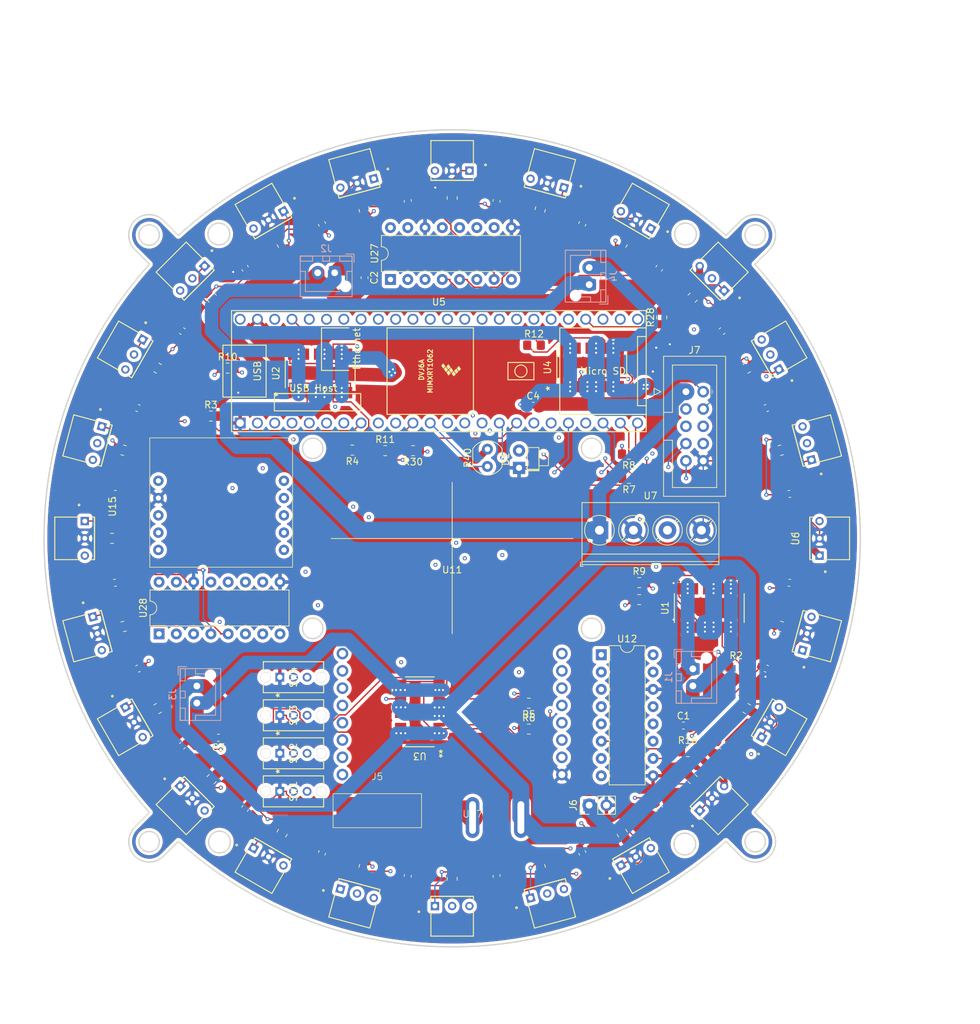
<source format=kicad_pcb>
(kicad_pcb (version 20240108) (generator "pcbnew") (generator_version "8.0")
  (layers (0 "F.Cu" signal) (1 "In1.Cu" signal) (2 "In2.Cu" signal) (31 "B.Cu" signal) (34 "B.Paste" user) (35 "F.Paste" user) (36 "B.SilkS" user "B.Silkscreen") (37 "F.SilkS" user "F.Silkscreen") (38 "B.Mask" user) (39 "F.Mask" user) (44 "Edge.Cuts" user))
  (net 0 "")
  (net 1 "Net-(J1-Pin_1)")
  (net 2 "Net-(J1-Pin_2)")
  (net 3 "Net-(J2-Pin_2)")
  (net 4 "Net-(J2-Pin_1)")
  (net 5 "Net-(J3-Pin_2)")
  (net 6 "Net-(J3-Pin_1)")
  (net 7 "Net-(J4-Pin_1)")
  (net 8 "Net-(J4-Pin_2)")
  (net 9 "Net-(U12-CH7)")
  (net 10 "GND")
  (net 11 "Net-(U12-CH6)")
  (net 12 "Net-(U12-CH5)")
  (net 13 "Net-(U12-CH4)")
  (net 14 "Net-(U12-CH3)")
  (net 15 "Net-(U12-CH2)")
  (net 16 "Net-(U12-CH1)")
  (net 17 "Net-(U12-CH0)")
  (net 18 "Net-(U27-CH7)")
  (net 19 "Net-(U28-CH7)")
  (net 20 "Net-(U27-CH6)")
  (net 21 "Net-(U28-CH6)")
  (net 22 "Net-(U27-CH5)")
  (net 23 "Net-(U28-CH5)")
  (net 24 "Net-(U27-CH4)")
  (net 25 "Net-(U28-CH4)")
  (net 26 "Net-(U27-CH3)")
  (net 27 "Net-(U28-CH3)")
  (net 28 "Net-(U27-CH2)")
  (net 29 "Net-(U28-CH2)")
  (net 30 "Net-(U27-CH1)")
  (net 31 "Net-(U28-CH1)")
  (net 32 "Net-(U27-CH0)")
  (net 33 "Net-(U28-CH0)")
  (net 34 "3.3v")
  (net 35 "CLS1")
  (net 36 "CLS3")
  (net 37 "SCK(Clock Timing)")
  (net 38 "Kicker")
  (net 39 "MISO")
  (net 40 "CLS2")
  (net 41 "12v")
  (net 42 "MOSI")
  (net 43 "Net-(U1-INA)")
  (net 44 "Direction1(1)")
  (net 45 "Direction2(1)")
  (net 46 "Net-(U1-INB)")
  (net 47 "Direction1(3)")
  (net 48 "Net-(U2-INA)")
  (net 49 "Direction2(3)")
  (net 50 "Net-(U2-INB)")
  (net 51 "Net-(U3-INA)")
  (net 52 "Direction1(2)")
  (net 53 "Direction2(2)")
  (net 54 "Net-(U3-INB)")
  (net 55 "Direction1(4)")
  (net 56 "Net-(U4-INA)")
  (net 57 "Net-(U4-INB)")
  (net 58 "Direction2(4)")
  (net 59 "PWM1")
  (net 60 "Net-(U1-PWM)")
  (net 61 "Net-(U2-PWM)")
  (net 62 "PWM3")
  (net 63 "Net-(U3-PWM)")
  (net 64 "PWM2")
  (net 65 "Net-(U4-PWM)")
  (net 66 "PWM4")
  (net 67 "Net-(U6-OUT)")
  (net 68 "Net-(U8-OUT)")
  (net 69 "Net-(U9-OUT)")
  (net 70 "CHIPSELECTIR1")
  (net 71 "Net-(U10-OUT)")
  (net 72 "Net-(U13-OUT)")
  (net 73 "Net-(U14-OUT)")
  (net 74 "Net-(U16-OUT)")
  (net 75 "Net-(U18-OUT)")
  (net 76 "Net-(U19-OUT)")
  (net 77 "Net-(U20-OUT)")
  (net 78 "Net-(U21-OUT)")
  (net 79 "Net-(U22-OUT)")
  (net 80 "Net-(U23-OUT)")
  (net 81 "Net-(U24-OUT)")
  (net 82 "CHIPSELECTIR3")
  (net 83 "Net-(U25-OUT)")
  (net 84 "CHIPSELECTIR2")
  (net 85 "Net-(U26-OUT)")
  (net 86 "Net-(U29-OUT)")
  (net 87 "Net-(U30-OUT)")
  (net 88 "Net-(U31-OUT)")
  (net 89 "Net-(U32-OUT)")
  (net 90 "Net-(U33-OUT)")
  (net 91 "Net-(U34-OUT)")
  (net 92 "Net-(U35-OUT)")
  (net 93 "Net-(U36-OUT)")
  (net 94 "Calibrate ")
  (net 95 "Offense")
  (net 96 "Blue")
  (net 97 "Start")
  (net 107 "RX")
  (net 110 "SDA")
  (net 113 "5v")
  (net 115 "SCL")
  (net 116 "TX")
  (net 117 "R_Photo")
  (net 146 "Net-(J5-Pin_2)")
  (footprint "ir sensor:TO_SP4038_VIS" (layer "F.Cu") (at 100 154)
    (property "Reference" "U16" (hide yes))
    (property "Value" "TSOP25xx")
  )
  (footprint "Resistor_SMD:R_0805_2012Metric_Pad1.20x1.40mm_HandSolder" (layer "F.Cu") (at 87.059 51.7037 105)
    (property "Reference" "R24" (hide yes))
    (property "Value" "100k")
  )
  (footprint "Capacitor_SMD:C_0603_1608Metric_Pad1.08x0.95mm_HandSolder" (layer "F.Cu") (at 60.3323 69.5619 143)
    (property "Reference" "C26" (hide yes))
    (property "Value" "0.1uf")
  )
  (footprint "Resistor_SMD:R_0805_2012Metric_Pad1.20x1.40mm_HandSolder" (layer "F.Cu") (at 64.6447 135.3553 -135)
    (property "Reference" "R25" (hide yes))
    (property "Value" "100k")
  )
  (footprint "Package_DIP:DIP-16_W7.62mm" (layer "F.Cu") (at 56.911 114.036 90)
    (property "Reference" "U28")
    (property "Value" "MCP3008")
  )
  (footprint "Resistor_SMD:R_0805_2012Metric_Pad1.20x1.40mm_HandSolder" (layer "F.Cu") (at 126 91.186 180)
    (property "Reference" "R7")
    (property "Value" "100")
  )
  (footprint "Resistor_SMD:R_0805_2012Metric_Pad1.20x1.40mm_HandSolder" (layer "F.Cu") (at 67 75)
    (property "Reference" "R10")
    (property "Value" "100")
  )
  (footprint "Vnh7070astr:SO-16N_STM-M" (layer "F.Cu") (at 95.25 125.476 180)
    (property "Reference" "U3")
    (property "Value" "VNH7070ASTR")
  )
  (footprint "Resistor_SMD:R_0805_2012Metric_Pad1.20x1.40mm_HandSolder" (layer "F.Cu") (at 56.6987 75 150)
    (property "Reference" "R37" (hide yes))
    (property "Value" "100k")
  )
  (footprint "ir sensor:TO_SP4038_VIS" (layer "F.Cu") (at 47.84 86.0238 -105)
    (property "Reference" "U32" (hide yes))
    (property "Value" "TSOP25xx")
  )
  (footprint "Capacitor_SMD:C_0603_1608Metric_Pad1.08x0.95mm_HandSolder" (layer "F.Cu") (at 87.122 61.722 -90)
    (property "Reference" "C2")
    (property "Value" "0.1uf")
  )
  (footprint "Resistor_SMD:R_0805_2012Metric_Pad1.20x1.40mm_HandSolder" (layer "F.Cu") (at 135.3553 135.3553 -45)
    (property "Reference" "R17" (hide yes))
    (property "Value" "100k")
  )
  (footprint "Capacitor_SMD:C_0603_1608Metric_Pad1.08x0.95mm_HandSolder" (layer "F.Cu") (at 130.4381 60.3323 53)
    (property "Reference" "C21" (hide yes))
    (property "Value" "0.1uf")
  )
  (footprint "ir sensor:TO_SP4038_VIS" (layer "F.Cu") (at 152.16 86.0238 105)
    (property "Reference" "U35" (hide yes))
    (property "Value" "TSOP25xx")
  )
  (footprint "ir sensor:TO_SP4038_VIS" (layer "F.Cu") (at 113.9762 47.84 165)
    (property "Reference" "U25" (hide yes))
    (property "Value" "TSOP25xx")
  )
  (footprint "Resistor_SMD:R_0805_2012Metric_Pad1.20x1.40mm_HandSolder" (layer "F.Cu") (at 130.81 67.548 90)
    (property "Reference" "R28")
    (property "Value" "10k")
  )
  (footprint "Openmv:OpenMV" (layer "F.Cu") (at 100 100)
    (property "Reference" "U11")
    (property "Value" "OpenMV_H7_R2")
  )
  (footprint "Capacitor_SMD:C_0603_1608Metric_Pad1.08x0.95mm_HandSolder" (layer "F.Cu") (at 50.4278 106.5263 -172)
    (property "Reference" "C20" (hide yes))
    (property "Value" "0.1uf")
  )
  (footprint "Capacitor_SMD:C_0603_1608Metric_Pad1.08x0.95mm_HandSolder" (layer "F.Cu") (at 149.5722 93.4737 8)
    (property "Reference" "C27" (hide yes))
    (property "Value" "0.1uf")
  )
  (footprint "Capacitor_SMD:C_0603_1608Metric_Pad1.08x0.95mm_HandSolder" (layer "F.Cu") (at 53.806 80.8658 158)
    (property "Reference" "C24" (hide yes))
    (property "Value" "0.1uf")
  )
  (footprint "Resistor_SMD:R_0805_2012Metric_Pad1.20x1.40mm_HandSolder" (layer "F.Cu") (at 75 56.6987 120)
    (property "Reference" "R22" (hide yes))
    (property "Value" "100k")
  )
  (footprint "ir sensor:TO_SP4038_VIS" (layer "F.Cu") (at 46 100 -90)
    (property "Reference" "U30" (hide yes))
    (property "Value" "TSOP25xx")
  )
  (footprint "Resistor_SMD:R_0805_2012Metric_Pad1.20x1.40mm_HandSolder" (layer "F.Cu") (at 64.6447 64.6447 135)
    (property "Reference" "R39" (hide yes))
    (property "Value" "100k")
  )
  (footprint "ir sensor:TO_SP4038_VIS" (layer "F.Cu") (at 53.2346 127 -60)
    (property "Reference" "U24" (hide yes))
    (property "Value" "TSOP25xx")
  )
  (footprint "ir sensor:TO_SP4038_VIS" (layer "F.Cu") (at 127 53.2346 150)
    (property "Reference" "U29" (hide yes))
    (property "Value" "TSOP25xx")
  )
  (footprint "Resistor_SMD:R_0805_2012Metric_Pad1.20x1.40mm_HandSolder" (layer "F.Cu") (at 143.3013 75 30)
    (property "Reference" "R36" (hide yes))
    (property "Value" "100k")
  )
  (footprint "LED_THT:LED_D1.8mm_W1.8mm_H2.4mm_Horizontal_O1.27mm_Z1.6mm" (layer "F.Cu") (at 109.831 89.642 90)
    (property "Reference" "D1")
    (property "Value" "LED")
  )
  (footprint "ir sensor:TO_SP4038_VIS" (layer "F.Cu") (at 61.8162 61.8162 -135)
    (property "Reference" "U36" (hide yes))
    (property "Value" "TSOP25xx")
  )
  (footprint "ir sensor:TO_SP4038_VIS" (layer "F.Cu") (at 127 146.7654 30)
    (property "Reference" "U13" (hide yes))
    (property "Value" "TSOP25xx")
  )
  (footprint "Resistor_SMD:R_0805_2012Metric_Pad1.20x1.40mm_HandSolder" (layer "F.Cu") (at 141.748 118.872)
    (property "Reference" "R2")
    (property "Value" "100k")
  )
  (footprint "Package_DIP:DIP-16_W7.62mm" (layer "F.Cu") (at 121.92 117.094)
    (property "Reference" "U12")
    (property "Value" "MCP3008")
  )
  (footprint "ir sensor:TO_SP4038_VIS" (layer "F.Cu") (at 138.1838 61.8162 135)
    (property "Reference" "U31" (hide yes))
    (property "Value" "TSOP25xx")
  )
  (footprint "Capacitor_SMD:C_0603_1608Metric_Pad1.08x0.95mm_HandSolder" (layer "F.Cu") (at 106.5263 149.5722 -82)
    (property "Reference" "C10" (hide yes))
    (property "Value" "0.1uf")
  )
  (footprint "Capacitor_SMD:C_0603_1608Metric_Pad1.08x0.95mm_HandSolder" (layer "F.Cu") (at 93.4737 149.5722 -97)
    (property "Reference" "C11" (hide yes))
    (property "Value" "0.1uf")
  )
  (footprint "Resistor_SMD:R_0805_2012Metric_Pad1.20x1.40mm_HandSolder" (layer "F.Cu") (at 134.636 131.318)
    (property "Reference" "R16")
    (property "Value" "10k")
  )
  (footprint "ir sensor:TO_SP4038_VIS" (layer "F.Cu") (at 53.2346 73 -120)
    (property "Reference" "U34" (hide yes))
    (property "Value" "TSOP25xx")
  )
  (footprint "Capacitor_SMD:C_0603_1608Metric_Pad1.08x0.95mm_HandSolder" (layer "F.Cu") (at 130.4381 139.6677 -52)
    (property "Reference" "C8" (hide yes))
    (property "Value" "0.1uf")
  )
  (footprint "RockerSwitch:RF1-1A-DC-2-B-2" (layer "F.Cu") (at 103 141)
    (property "Reference" "U17")
    (property "Value" "RockerSwitch")
  )
  (footprint "Resistor_SMD:R_0805_2012Metric_Pad1.20x1.40mm_HandSolder" (layer "F.Cu") (at 135.3553 64.6447 45)
    (property "Reference" "R34" (hide yes))
    (property "Value" "100k")
  )
  (footprint "Capacitor_SMD:C_0603_1608Metric_Pad1.08x0.95mm_HandSolder" (layer "F.Cu") (at 139.6677 69.5619 38)
    (property "Reference" "C23" (hide yes))
    (property "Value" "0.1uf")
  )
  (footprint "Capacitor_SMD:C_0603_1608Metric_Pad1.08x0.95mm_HandSolder" (layer "F.Cu") (at 134 127.5)
    (property "Reference" "C1")
    (property "Value" "0.1uf")
  )
  (footprint "Resistor_SMD:R_0805_2012Metric_Pad1.20x1.40mm_HandSolder" (layer "F.Cu") (at 112.941 51.7037 75)
    (property "Reference" "R29" (hide yes))
    (property "Value" "100k")
  )
  (footprint "Resistor_SMD:R_0805_2012Metric_Pad1.20x1.40mm_HandSolder" (layer "F.Cu") (at 143.3013 125 -30)
    (property "Reference" "R15" (hide yes))
    (property "Value" "100k")
  )
  (footprint "Resistor_SMD:R_0805_2012Metric_Pad1.20x1.40mm_HandSolder" (layer "F.Cu") (at 125 56.6987 60)
    (property "Reference" "R32" (hide yes))
    (property "Value" "100k")
  )
  (footprint "Resistor_SMD:R_0805_2012Metric_Pad1.20x1.40mm_HandSolder" (layer "F.Cu") (at 112.941 148.2963 -75)
    (property "Reference" "R19" (hide yes))
    (property "Value" "100k")
  )
  (footprint "ir sensor:TO_SP4038_VIS" (layer "F.Cu") (at 146.7654 127 60)
    (property "Reference" "U9" (hide yes))
    (property "Value" "TSOP25xx")
  )
  (footprint "Resistor_SMD:R_0805_2012Metric_Pad1.20x1.40mm_HandSolder" (layer "F.Cu") (at 100 150 -90)
    (property "Reference" "R20" (hide yes))
    (property "Value" "100k")
  )
  (footprint "ir sensor:TO_SP4038_VIS" (layer "F.Cu") (at 73 53.2346 -150)
    (property "Reference" "U19" (hide yes))
    (property "Value" "TSOP25xx")
  )
  (footprint "Capacitor_SMD:C_0603_1608Metric_Pad1.08x0.95mm_HandSolder" (layer "F.Cu") (at 69.5619 60.3323 128)
    (property "Reference" "C28" (hide yes))
    (property "Value" "0.1uf")
  )
  (footprint "Resistor_SMD:R_0805_2012Metric_Pad1.20x1.40mm_HandSolder" (layer "F.Cu") (at 125.968 87.63 180)
    (property "Reference" "R8")
    (property "Value" "100")
  )
  (footprint "ir sensor:TO_SP4038_VIS" (layer "F.Cu") (at 146.7654 73 120)
    (property "Reference" "U33" (hide yes))
    (property "Value" "TSOP25xx")
  )
  (footprint "Connector_IDC:IDC-Header_2x05_P2.54mm_Vertical" (layer "F.Cu") (at 134.366 78.46)
    (property "Reference" "J7")
    (property "Value" "Bottom_Pcb")
  )
  (footprint "Pads:Pads" (layer "F.Cu") (at 89 140)
    (property "Reference" "J5")
    (property "Value" "Screw_Terminal_01x02")
  )
  (footprint "Resistor_SMD:R_0805_2012Metric_Pad1.20x1.40mm_HandSolder" (layer "F.Cu") (at 125 143.3013 -60)
    (property "Reference" "R18" (hide yes))
    (property "Value" "100k")
  )
  (footprint "Resistor_SMD:R_0805_2012Metric_Pad1.20x1.40mm_HandSolder" (layer "F.Cu") (at 56.6987 125 -150)
    (property "Reference" "R27" (hide yes))
    (property "Value" "100k")
  )
  (footprint "os10..:SPDT_OS102011_CNK" (layer "F.Cu") (at 74.672 137.16 90)
    (property "Reference" "SW1")
    (property "Value" "OS102011MS2QN1")
  )
  (footprint "os10..:SPDT_OS102011_CNK" (layer "F.Cu") (at 74.672 131.572 90)
    (property "Reference" "SW2")
    (property "Value" "OS102011MS2QN1")
  )
  (footprint "Vnh7070astr:SO-16N_STM-M" (layer "F.Cu") (at 120.523 74.8982 90)
    (property "Reference" "U4")
    (property "Value" "VNH7070ASTR")
  )
  (footprint "Capacitor_SMD:C_0603_1608Metric_Pad1.08x0.95mm_HandSolder" (layer "F.Cu") (at 119.1342 146.194 -67)
    (property "Reference" "C9" (hide yes))
    (property "Value" "0.1uf")
  )
  (footprint "Capacitor_SMD:C_0603_1608Metric_Pad1.08x0.95mm_HandSolder" (layer "F.Cu") (at 106.5263 50.4278 83)
    (property "Reference" "C17" (hide yes))
    (property "Value" "0.1uf")
  )
  (footprint "OptoDevice:R_LDR_4.9x4.2mm_P2.54mm_Vertical" (layer "F.Cu") (at 105.181 89.442 90)
    (property "Reference" "R40")
    (property "Value" "R_Photo")
  )
  (footprint "ir sensor:TO_SP4038_VIS" (layer "F.Cu") (at 47.84 113.9762 -75)
    (property "Reference" "U26" (hide yes))
    (property "Value" "TSOP25xx")
  )
  (footprint "Capacitor_SMD:C_0603_1608Metric_Pad1.08x0.95mm_HandSolder" (layer "F.Cu") (at 50.4278 93.4737 173)
    (property "Reference" "C22" (hide yes))
    (property "Value" "0.1uf")
  )
  (footprint "Resistor_SMD:R_0805_2012Metric_Pad1.20x1.40mm_HandSolder" (layer "F.Cu") (at 64.532 82.042)
    (property "Reference" "R3")
    (property "Value" "100k")
  )
  (footprint "Capacitor_SMD:C_0603_1608Metric_Pad1.08x0.95mm_HandSolder" (layer "F.Cu") (at 65.6325 129.286 180)
    (property "Reference" "C3")
    (property "Value" "0.1uf")
  )
  (footprint "Resistor_SMD:R_0805_2012Metric_Pad1.20x1.40mm_HandSolder" (layer "F.Cu") (at 111.268 124.206 180)
    (property "Reference" "R5")
    (property "Value" "100")
  )
  (footprint "Vnh7070astr:SO-16N_STM-M" (layer "F.Cu") (at 80.5942 75.7745 90)
    (property "Reference" "U2")
    (property "Value" "VNH7070ASTR")
  )
  (footprint "Capacitor_SMD:C_0603_1608Metric_Pad1.08x0.95mm_HandSolder" (layer "F.Cu") (at 80.8658 53.806 113)
    (property "Reference" "C13" (hide yes))
    (property "Value" "0.1uf")
  )
  (footprint "Resistor_SMD:R_0805_2012Metric_Pad1.20x1.40mm_HandSolder" (layer "F.Cu") (at 127.5 109)
    (property "Reference" "R1" (hide yes))
    (property "Value" "100k")
  )
  (footprint "Resistor_SMD:R_0805_2012Metric_Pad1.20x1.40mm_HandSolder" (layer "F.Cu") (at 94.25 87.122 180)
    (property "Reference" "R30")
    (property "Value" "10k")
  )
  (footprint "ir sensor:TO_SP4038_VIS" (layer "F.Cu") (at 113.9762 152.16 15)
    (property "Reference" "U14" (hide yes))
    (property "Value" "TSOP25xx")
  )
  (footprint "Custom:Compass Sensor DFRobot" (layer "F.Cu") (at 66.04 94.742)
    (property "Reference" "U15")
    (property "Value" "SEN0140")
  )
  (footprint "ir sensor:TO_SP4038_VIS" (layer "F.Cu") (at 86.0238 47.84 -165)
    (property "Reference" "U21" (hide yes))
    (property "Value" "TSOP25xx")
  )
  (footprint "Resistor_SMD:R_0805_2012Metric_Pad1.20x1.40mm_HandSolder" (layer "F.Cu") (at 50 100 180)
    (property "Reference" "R33" (hide yes))
    (property "Value" "100k")
  )
  (footprint "ir sensor:TO_SP4038_VIS" (layer "F.Cu") (at 86.0238 152.16 -15)
    (property "Reference" "U18" (hide yes))
    (property "Value" "TSOP25xx")
  )
  (footprint "Capacitor_SMD:C_0603_1608Metric_Pad1.08x0.95mm_HandSolder" (layer "F.Cu") (at 119.1342 53.806 68)
    (property "Reference" "C19" (hide yes))
    (property "Value" "0.1uf")
  )
  (footprint "Resistor_SMD:R_0805_2012Metric_Pad1.20x1.40mm_HandSolder" (layer "F.Cu") (at 112.03 71.628)
    (property "Reference" "R12")
    (property "Value" "100")
  )
  (footprint "Capacitor_SMD:C_0603_1608Metric_Pad1.08x0.95mm_HandSolder" (layer "F.Cu") (at 93.4737 50.4278 98)
    (property "Reference" "C15" (hide yes))
    (property "Value" "0.1uf")
  )
  (footprint "ir sensor:TO_SP4038_VIS" (layer "F.Cu") (at 100 46 180)
    (property "Reference" "U23" (hide yes))
    (property "Value" "TSOP25xx")
  )
  (footprint "ir sensor:TO_SP4038_VIS" (layer "F.Cu") (at 154 100 90)
    (property "Reference" "U6")
    (property "Value" "TSOP25xx")
  )
  (footprint "Resistor_SMD:R_0805_2012Metric_Pad1.20x1.40mm_HandSolder" (layer "F.Cu") (at 75 143.3013 -120)
    (property "Reference" "R23" (hide yes))
    (property "Value" "100k")
  )
  (footprint "Resistor_SMD:R_0805_2012Metric_Pad1.20x1.40mm_HandSolder" (layer "F.Cu") (at 148.2963 87.059 15)
    (property "Reference" "R38" (hide yes))
    (property "Value" "100k")
  )
  (footprint "Resistor_SMD:R_0805_2012Metric_Pad1.20x1.40mm_HandSolder" (layer "F.Cu") (at 127.5 106.5)
    (property "Reference" "R9")
    (property "Value" "100")
  )
  (footprint "Capacitor_SMD:C_0603_1608Metric_Pad1.08x0.95mm_HandSolder" (layer "F.Cu") (at 60.3323 130.4381 -142)
    (property "Reference" "C16" (hide yes))
    (property "Value" "0.1uf")
  )
  (footprint "Resistor_SMD:R_0805_2012Metric_Pad1.20x1.40mm_HandSolder" (layer "F.Cu") (at 150 100)
    (property "Reference" "R13" (hide yes))
    (property "Value" "100k")
  )
  (footprint "Capacitor_SMD:C_0603_1608Metric_Pad1.08x0.95mm_HandSolder" (layer "F.Cu") (at 146.194 80.8658 23)
    (property "Reference" "C25" (hide yes))
    (property "Value" "0.1uf")
  )
  (footprint "Capacitor_SMD:C_0603_1608Metric_Pad1.08x0.95mm_HandSolder" (layer "F.Cu") (at 53.806 119.1342 -157)
    (property "Reference" "C18" (hide yes))
    (property "Value" "0.1uf")
  )
  (footprint "ir sensor:TO_SP4038_VIS" (layer "F.Cu") (at 152.16 113.9762 75)
    (property "Reference" "U8" (hide yes))
    (property "Value" "TSOP25xx")
  )
  (footprint "Capacitor_SMD:C_0603_1608Metric_Pad1.08x0.95mm_HandSolder" (layer "F.Cu") (at 146.194 119.1342 -22)
    (property "Reference" "C6" (hide yes))
    (property "Value" "0.1uf")
  )
  (footprint "os10..:SPDT_OS102011_CNK" (layer "F.Cu") (at 74.672 125.984 90)
    (property "Reference" "SW3")
    (property "Value" "OS102011MS2QN1")
  )
  (footprint "ir sensor:TO_SP4038_VIS" (layer "F.Cu") (at 138.1838 138.1838 45)
    (property "Reference" "U10" (hide yes))
    (property "Value" "TSOP25xx")
  )
  (footprint "teensy.pretty-master:Teensy41" (layer "F.Cu") (at 98.044 75.438)
    (property "Reference" "U5")
    (property "Value" "Teensy4.1")
  )
  (footprint "Resistor_SMD:R_0805_2012Metric_Pad1.20x1.40mm_HandSolder" (layer "F.Cu") (at 148.2963 112.941 -15)
    (property "Reference" "R14" (hide yes))
    (property "Value" "100k")
  )
  (footprint "Vnh7070astr:SO-16N_STM-M" (layer "F.Cu") (at 137.795 110.236 90)
    (property "Reference" "U1")
    (property "Value" "VNH7070ASTR")
  )
  (footprint "Capacitor_SMD:C_0603_1608Metric_Pad1.08x0.95mm_HandSolder" (layer "F.Cu") (at 69.5619 139.6677 -127)
    (property "Reference" "C14" (hide yes))
    (property "Value" "0.1uf")
  )
  (footprint "Connector_PinHeader_2.54mm:PinHeader_1x02_P2.54mm_Vertical" (layer "F.Cu") (at 120.137 139.192 90)
    (property "Reference" "J6")
    (property "Value" "Conn_01x02")
  )
  (footprint "Resistor_SMD:R_0805_2012Metric_Pad1.20x1.40mm_HandSolder" (layer "F.Cu") (at 51.7037 87.059 165)
    (property "Reference" "R35" (hide yes))
    (property "Value" "100k")
  )
  (footprint "Capacitor_SMD:C_0603_1608Metric_Pad1.08x0.95mm_HandSolder" (layer "F.Cu") (at 139.6677 130.4381 -37)
    (property "Reference" "C7" (hide yes))
    (property "Value" "0.1uf")
  )
  (footprint "ir sensor:TO_SP4038_VIS" (layer "F.Cu") (at 73 146.7654 -30)
    (property "Reference" "U20" (hide yes))
    (property "Value" "TSOP25xx")
  )
  (footprint "ir sensor:TO_SP4038_VIS" (layer "F.Cu") (at 61.8162 138.1838 -45)
    (property "Reference" "U22" (hide yes))
    (property "Value" "TSOP25xx")
  )
  (footprint "Capacitor_SMD:C_0603_1608Metric_Pad1.08x0.95mm_HandSolder" (layer "F.Cu") (at 149.5722 106.5263 -7)
    (property "Reference" "C5" (hide yes))
    (property "Value" "0.1uf")
  )
  (footprint "Resistor_SMD:R_0805_2012Metric_Pad1.20x1.40mm_HandSolder" (layer "F.Cu") (at 87.059 148.2963 -105)
    (property "Reference" "R21" (hide yes))
    (property "Value" "100k")
  )
  (footprint "Resistor_SMD:R_0805_2012Metric_Pad1.20x1.40mm_HandSolder" (layer "F.Cu") (at 100 50 90)
    (property "Reference" "R26" (hide yes))
    (property "Value" "100k")
  )
  (footprint "os10..:SPDT_OS102011_CNK" (layer "F.Cu") (at 74.672 120.396 90)
    (property "Reference" "SW4")
    (property "Value" "OS102011MS2QN1")
  )
  (footprint "Capacitor_SMD:C_0603_1608Metric_Pad1.08x0.95mm_HandSolder" (layer "F.Cu") (at 111.9135 80.518)
    (property "Reference" "C4")
    (property "Value" "0.1uf")
  )
  (footprint "Resistor_SMD:R_0805_2012Metric_Pad1.20x1.40mm_HandSolder" (layer "F.Cu") (at 111.268 128.016)
    (property "Reference" "R6")
    (property "Value" "100")
  )
  (footprint "Capacitor_SMD:C_0603_1608Metric_Pad1.08x0.95mm_HandSolder" (layer "F.Cu") (at 80.8658 146.194 -112)
    (property "Reference" "C12" (hide yes))
    (property "Value" "0.1uf")
  )
  (footprint "Package_DIP:DIP-16_W7.62mm" (layer "F.Cu") (at 90.932 61.976 90)
    (property "Reference" "U27")
    (property "Value" "MCP3008")
  )
  (footprint "Resistor_SMD:R_0805_2012Metric_Pad1.20x1.40mm_HandSolder" (layer "F.Cu") (at 85.328 87.04 180)
    (property "Reference" "R4")
    (property "Value" "100k")
  )
  (footprint "Resistor_SMD:R_0805_2012Metric_Pad1.20x1.40mm_HandSolder" (layer "F.Cu") (at 51.7037 112.941 -165)
    (property "Reference" "R31" (hide yes))
    (property "Value" "100k")
  )
  (footprint "Resistor_SMD:R_0805_2012Metric_Pad1.20x1.40mm_HandSolder" (layer "F.Cu") (at 90.154 87.122)
    (property "Reference" "R11")
    (property "Value" "100")
  )
  (footprint "TerminalBlock_Phoenix:TerminalBlock_Phoenix_PT-1,5-4-5.0-H_1x04_P5.00mm_Horizontal" (layer "F.Cu") (at 121.652 98.806)
    (property "Reference" "U7")
    (property "Value" "V_Regulator_-_5v")
  )
  (footprint "Connector_JST:JST_XH_B2B-XH-AM_1x02_P2.50mm_Vertical" (layer "B.Cu") (at 62.467 121.686 -90)
    (property "Reference" "J3")
    (property "Value" "Conn_01x02")
  )
  (footprint "Connector_JST:JST_XH_B2B-XH-AM_1x02_P2.50mm_Vertical" (layer "B.Cu") (at 135.382 119.166 -90)
    (property "Reference" "J1")
    (property "Value" "Conn_01x02")
  )
  (footprint "Connector_JST:JST_XH_B2B-XH-AM_1x02_P2.50mm_Vertical" (layer "B.Cu") (at 82.728 60.992 180)
    (property "Reference" "J2")
    (property "Value" "Conn_01x02")
  )
  (footprint "Connector_JST:JST_XH_B2B-XH-AM_1x02_P2.50mm_Vertical" (layer "B.Cu") (at 120.142 62.738 90)
    (property "Reference" "J4")
    (property "Value" "Conn_01x02")
  )
  (gr_line (start 57.573598 146.669043) (end 59.747982 144.494659) (stroke (width 0.2)) (layer "Edge.Cuts"))
  (gr_circle (center 65.8 144.6) (end 67.4 144.6) (stroke (width 0.2)) (fill none) (layer "Edge.Cuts"))
  (gr_line (start 142.42641 146.669051) (end 140.252019 144.49466) (stroke (width 0.2)) (layer "Edge.Cuts"))
  (gr_circle (center 120.500011 86.77765) (end 122.000011 86.77765) (stroke (width 0.2)) (fill none) (layer "Edge.Cuts"))
  (gr_circle (center 65.7 55.3) (end 67.3 55.3) (stroke (width 0.2)) (fill none) (layer "Edge.Cuts"))
  (gr_arc (start 146.669051 142.42641) (mid 146.669049 146.669049) (end 142.42641 146.669051) (stroke (width 0.2)) (layer "Edge.Cuts"))
  (gr_circle (center 144.547727 55.452273) (end 146.047727 55.452273) (stroke (width 0.2)) (fill none) (layer "Edge.Cuts"))
  (gr_line (start 53.33098 142.426379) (end 55.50534 140.252019) (stroke (width 0.2)) (layer "Edge.Cuts"))
  (gr_circle (center 120.500011 113.22235) (end 122.000011 113.22235) (stroke (width 0.2)) (fill none) (layer "Edge.Cuts"))
  (gr_arc (start 59.74798 55.505339) (mid 100 40) (end 140.25202 55.505339) (stroke (width 0.2)) (layer "Edge.Cuts"))
  (gr_line (start 142.426403 53.330956) (end 140.25202 55.505339) (stroke (width 0.2)) (layer "Edge.Cuts"))
  (gr_line (start 57.57359 53.330949) (end 59.74798 55.505339) (stroke (width 0.2)) (layer "Edge.Cuts"))
  (gr_arc (start 140.252019 144.49466) (mid 100 160) (end 59.747982 144.494659) (stroke (width 0.2)) (layer "Edge.Cuts"))
  (gr_line (start 53.330949 57.57359) (end 55.505341 59.747982) (stroke (width 0.2)) (layer "Edge.Cuts"))
  (gr_arc (start 55.50534 140.252019) (mid 40 100) (end 55.505341 59.747982) (stroke (width 0.2)) (layer "Edge.Cuts"))
  (gr_line (start 146.66902 57.573621) (end 144.49466 59.747981) (stroke (width 0.2)) (layer "Edge.Cuts"))
  (gr_circle (center 79.500011 113.22235) (end 81.000011 113.22235) (stroke (width 0.2)) (fill none) (layer "Edge.Cuts"))
  (gr_circle (center 144.547727 144.547727) (end 146.047727 144.547727) (stroke (width 0.2)) (fill none) (layer "Edge.Cuts"))
  (gr_circle (center 55.452273 55.452273) (end 56.952273 55.452273) (stroke (width 0.2)) (fill none) (layer "Edge.Cuts"))
  (gr_arc (start 144.49466 59.747981) (mid 160 100) (end 144.494659 140.252018) (stroke (width 0.2)) (layer "Edge.Cuts"))
  (gr_circle (center 134.2 144.9) (end 135.8 144.9) (stroke (width 0.2)) (fill none) (layer "Edge.Cuts"))
  (gr_line (start 146.669051 142.42641) (end 144.494659 140.252018) (stroke (width 0.2)) (layer "Edge.Cuts"))
  (gr_circle (center 134.3 55.3) (end 135.9 55.3) (stroke (width 0.2)) (fill none) (layer "Edge.Cuts"))
  (gr_arc (start 57.573597 146.669042) (mid 53.330967 146.669008) (end 53.33098 142.426379) (stroke (width 0.2)) (layer "Edge.Cuts"))
  (gr_circle (center 79.500011 86.77765) (end 81.000011 86.77765) (stroke (width 0.2)) (fill none) (layer "Edge.Cuts"))
  (gr_circle (center 55.452273 144.547727) (end 56.952273 144.547727) (stroke (width 0.2)) (fill none) (layer "Edge.Cuts"))
  (gr_arc (start 142.426403 53.330956) (mid 146.669049 53.330952) (end 146.66902 57.573621) (stroke (width 0.2)) (layer "Edge.Cuts"))
  (gr_arc (start 53.330949 57.57359) (mid 53.330952 53.330952) (end 57.57359 53.330949) (stroke (width 0.2)) (layer "Edge.Cuts"))
  (segment (start 132.675 121.262) (end 132.675 124.381) (width 2) (layer "F.Cu") (net 1))
  (segment (start 135.382 119.166) (end 134.771 119.166) (width 2) (layer "F.Cu") (net 1))
  (segment (start 132.675 124.381) (end 132.675 127.5) (width 2) (layer "F.Cu") (net 1))
  (segment (start 134.62 113.132) (end 134.62 113.0617) (width 0.2) (layer "F.Cu") (net 1))
  (segment (start 132.675 124.381) (end 133.1375 124.8435) (width 0.2) (layer "F.Cu") (net 1))
  (segment (start 134.771 119.166) (end 132.675 121.262) (width 2) (layer "F.Cu") (net 1))
  (segment (start 134.62 107.34) (end 134.62 107.4102) (width 0.2) (layer "F.Cu") (net 1))
  (segment (start 133.1375 124.8435) (end 133.1375 127.5) (width 0.2) (layer "F.Cu") (net 1))
  (via (at 134.62 107.3912) (size 0.6) (drill 0.3) (layers "F.Cu" "B.Cu") (net 1))
  (via (at 134.62 113.0808) (size 0.6) (drill 0.3) (layers "F.Cu" "B.Cu") (net 1))
  (via (at 134.62 106.7308) (size 0.6) (drill 0.3) (layers "F.Cu" "B.Cu") (net 1))
  (via (at 134.62 108.0516) (size 0.6) (drill 0.3) (layers "F.Cu" "B.Cu") (net 1))
  (via (at 134.62 113.7412) (size 0.6) (drill 0.3) (layers "F.Cu" "B.Cu") (net 1))
  (via (at 134.62 112.431997) (size 0.6) (drill 0.3) (layers "F.Cu" "B.Cu") (net 1))
  (segment (start 134.62 107.34) (end 134.62 106.883) (width 2) (layer "B.Cu") (net 1))
  (segment (start 134.62 112.573) (end 134.62 113.081) (width 2) (layer "B.Cu") (net 1))
  (segment (start 134.62 107.899) (end 134.62 107.95) (width 2) (layer "B.Cu") (net 1))
  (segment (start 134.62 113.64) (end 134.62 118.404) (width 2) (layer "B.Cu") (net 1))
  (segment (start 134.62 113.589) (end 134.62 113.64) (width 2) (layer "B.Cu") (net 1))
  (segment (start 134.62 106.883) (end 134.62 106.832) (width 2) (layer "B.Cu") (net 1))
  (segment (start 134.62 112.431997) (end 134.62 106.832) (width 2) (layer "B.Cu") (net 1))
  (segment (start 134.62 112.573) (end 134.62 113.081) (width 2) (layer "B.Cu") (net 1))
  (segment (start 134.62 113.589) (end 134.62 113.64) (width 2) (layer "B.Cu") (net 1))
  (segment (start 134.62 118.404) (end 135.382 119.166) (width 2) (layer "B.Cu") (net 1))
  (segment (start 134.62 112.522) (end 134.62 112.573) (width 2) (layer "B.Cu") (net 1))
  (segment (start 134.62 107.95) (end 134.62 112.522) (width 2) (layer "B.Cu") (net 1))
  (segment (start 134.62 113.64) (end 134.62 118.404) (width 2) (layer "B.Cu") (net 1))
  (segment (start 134.62 113.64) (end 134.62 118.404) (width 2) (layer "B.Cu") (net 1))
  (segment (start 134.62 112.522) (end 134.62 107.95) (width 2) (layer "B.Cu") (net 1))
  (segment (start 134.62 113.132) (end 134.62 113.589) (width 2) (layer "B.Cu") (net 1))
  (segment (start 134.62 112.573) (end 134.62 112.522) (width 2) (layer "B.Cu") (net 1))
  (segment (start 134.62 112.431997) (end 134.62 113.132) (width 2) (layer "B.Cu") (net 1))
  (segment (start 134.62 107.391) (end 134.62 107.899) (width 2) (layer "B.Cu") (net 1))
  (segment (start 134.62 113.589) (end 134.62 113.64) (width 2) (layer "B.Cu") (net 1))
  (segment (start 134.62 107.34) (end 134.62 107.391) (width 2) (layer "B.Cu") (net 1))
  (segment (start 135.382 126.993) (end 135.1285 127.2465) (width 2) (layer "F.Cu") (net 2))
  (segment (start 140.97 107.4102) (end 140.97 107.442) (width 0.2) (layer "F.Cu") (net 2))
  (segment (start 135.382 121.666) (end 135.382 126.993) (width 2) (layer "F.Cu") (net 2))
  (segment (start 135.1285 127.2465) (end 134.875 127.5) (width 2) (layer "F.Cu") (net 2))
  (segment (start 140.97 113.0617) (end 140.97 113.081) (width 0.2) (layer "F.Cu") (net 2))
  (segment (start 135.116 127.2465) (end 134.8625 127.5) (width 0.2) (layer "F.Cu") (net 2))
  (segment (start 135.1285 127.2465) (end 135.116 127.2465) (width 0.2) (layer "F.Cu") (net 2))
  (via (at 140.97 113.03) (size 0.6) (drill 0.3) (layers "F.Cu" "B.Cu") (net 2))
  (via (at 140.97 113.6904) (size 0.6) (drill 0.3) (layers "F.Cu" "B.Cu") (net 2))
  (via (at 140.97 112.3696) (size 0.6) (drill 0.3) (layers "F.Cu" "B.Cu") (net 2))
  (via (at 140.97 106.7308) (size 0.6) (drill 0.3) (layers "F.Cu" "B.Cu") (net 2))
  (via (at 140.97 108.0516) (size 0.6) (drill 0.3) (layers "F.Cu" "B.Cu") (net 2))
  (via (at 140.97 107.3912) (size 0.6) (drill 0.3) (layers "F.Cu" "B.Cu") (net 2))
  (segment (start 140.97 112.522) (end 140.97 107.95) (width 2) (layer "B.Cu") (net 2))
  (segment (start 140.97 113.081) (end 140.97 112.522) (width 2) (layer "B.Cu") (net 2))
  (segment (start 140.97 116.986) (end 136.29 121.666) (width 2) (layer "B.Cu") (net 2))
  (segment (start 140.97 106.934) (end 140.97 106.832) (width 2) (layer "B.Cu") (net 2))
  (segment (start 136.29 121.666) (end 135.382 121.666) (width 2) (layer "B.Cu") (net 2))
  (segment (start 140.97 107.95) (end 140.97 107.442) (width 2) (layer "B.Cu") (net 2))
  (segment (start 140.97 113.589) (end 140.97 116.986) (width 2) (layer "B.Cu") (net 2))
  (segment (start 140.97 107.442) (end 140.97 106.934) (width 2) (layer "B.Cu") (net 2))
  (segment (start 140.97 113.589) (end 140.97 113.081) (width 2) (layer "B.Cu") (net 2))
  (segment (start 87.122 62.597) (end 87.122 62.5845) (width 0.2) (layer "F.Cu") (net 3))
  (segment (start 91.4908 75.692) (end 91.0844 76.0476) (width 2) (layer "F.Cu") (net 3))
  (segment (start 83.1705 64.842) (end 85.0943 64.842) (width 2) (layer "F.Cu") (net 3))
  (segment (start 91.0844 76.0476) (end 72.7964 75.5396) (width 2) (layer "F.Cu") (net 3))
  (segment (start 80.228 61.8995) (end 83.1705 64.842) (width 2) (layer "F.Cu") (net 3))
  (segment (start 75.8024 65.4176) (end 80.228 60.992) (width 2) (layer "F.Cu") (net 3))
  (segment (start 90.7796 75.5396) (end 91.2876 75.184) (width 2) (layer "F.Cu") (net 3))
  (segment (start 80.228 60.992) (end 80.228 61.8995) (width 2) (layer "F.Cu") (net 3))
  (segment (start 83.7692 72.9487) (end 83.7692 72.9996) (width 0.2) (layer "F.Cu") (net 3))
  (segment (start 91.2876 75.184) (end 91.5924 75.6412) (width 2) (layer "F.Cu") (net 3))
  (segment (start 85.0943 64.842) (end 87.122 62.8143) (width 2) (layer "F.Cu") (net 3))
  (segment (start 87.122 62.8143) (end 87.122 62.597) (width 2) (layer "F.Cu") (net 3))
  (segment (start 72.7964 75.5396) (end 64.6292 67.3724) (width 2) (layer "F.Cu") (net 3))
  (segment (start 83.7692 78.6002) (end 83.7692 78.5876) (width 0.2) (layer "F.Cu") (net 3))
  (segment (start 67.8316 65.4176) (end 75.8024 65.4176) (width 2) (layer "F.Cu") (net 3))
  (segment (start 64.6292 67.3724) (end 65.8768 67.3724) (width 2) (layer "F.Cu") (net 3))
  (segment (start 91.5924 75.6412) (end 91.4908 75.692) (width 2) (layer "F.Cu") (net 3))
  (segment (start 65.8768 67.3724) (end 67.8316 65.4176) (width 2) (layer "F.Cu") (net 3))
  (via (at 91.5924 75.692) (size 0.5) (drill 0.3) (layers "F.Cu" "B.Cu") (net 3))
  (via (at 91.2876 75.184) (size 0.5) (drill 0.3) (layers "F.Cu" "B.Cu") (net 3))
  (via (at 83.7692 72.2884) (size 0.6) (drill 0.3) (layers "F.Cu" "B.Cu") (net 3))
  (via (at 83.7692 72.9488) (size 0.6) (drill 0.3) (layers "F.Cu" "B.Cu") (net 3))
  (via (at 90.7796 75.5396) (size 0.5) (drill 0.3) (layers "F.Cu" "B.Cu") (net 3))
  (via (at 83.7692 79.248) (size 0.6) (drill 0.3) (layers "F.Cu" "B.Cu") (net 3))
  (via (at 83.7692 78.5876) (size 0.6) (drill 0.3) (layers "F.Cu" "B.Cu") (net 3))
  (via (at 91.0844 76.0476) (size 0.5) (drill 0.3) (layers "F.Cu" "B.Cu") (net 3))
  (via (at 83.7692 73.6092) (size 0.6) (drill 0.3) (layers "F.Cu" "B.Cu") (net 3))
  (via (at 83.7692 77.9272) (size 0.6) (drill 0.3) (layers "F.Cu" "B.Cu") (net 3))
  (segment (start 89.154 73.5076) (end 90.7288 75.0824) (width 2) (layer "B.Cu") (net 3))
  (segment (start 83.7692 73.5076) (end 89.154 73.5076) (width 2) (layer "B.Cu") (net 3))
  (segment (start 83.7692 73.5076) (end 83.7692 72.9996) (width 2) (layer "B.Cu") (net 3))
  (segment (start 90.7796 75.5396) (end 90.7288 75.438) (width 2) (layer "B.Cu") (net 3))
  (segment (start 83.7692 72.4916) (end 83.7692 72.9996) (width 2) (layer "B.Cu") (net 3))
  (segment (start 90.7288 75.0824) (end 90.7796 75.5396) (width 2) (layer "B.Cu") (net 3))
  (segment (start 83.7692 72.9996) (end 83.7692 72.4916) (width 2) (layer "B.Cu") (net 3))
  (segment (start 83.7692 72.9996) (end 83.7692 73.5076) (width 2) (layer "B.Cu") (net 3))
  (segment (start 83.7692 79.1464) (end 83.7692 78.5876) (width 2) (layer "B.Cu") (net 3))
  (segment (start 83.7692 72.4408) (end 83.7692 72.4916) (width 2) (layer "B.Cu") (net 3))
  (segment (start 83.7692 72.4916) (end 83.7692 72.4408) (width 2) (layer "B.Cu") (net 3))
  (segment (start 83.7692 78.0796) (end 83.7692 73.5076) (width 2) (layer "B.Cu") (net 3))
  (segment (start 83.7692 78.5876) (end 83.7692 78.0796) (width 2) (layer "B.Cu") (net 3))
  (segment (start 86.6595 60.397) (end 87.122 60.397) (width 2) (layer "F.Cu") (net 4))
  (segment (start 77.4192 72.9488) (end 77.4192 72.9487) (width 0.2) (layer "F.Cu") (net 4))
  (segment (start 77.4192 78.5368) (end 77.4192 78.6002) (width 0.2) (layer "F.Cu") (net 4))
  (segment (start 83.323 60.397) (end 86.6595 60.397) (width 2) (layer "F.Cu") (net 4))
  (segment (start 82.728 60.992) (end 83.323 60.397) (width 2) (layer "F.Cu") (net 4))
  (segment (start 86.6595 60.397) (end 87.122 60.8595) (width 0.2) (layer "F.Cu") (net 4))
  (via (at 77.4192 72.2884) (size 0.6) (drill 0.3) (layers "F.Cu" "B.Cu") (net 4))
  (via (at 77.4192 73.6092) (size 0.6) (drill 0.3) (layers "F.Cu" "B.Cu") (net 4))
  (via (at 77.4192 78.5876) (size 0.6) (drill 0.3) (layers "F.Cu" "B.Cu") (net 4))
  (via (at 77.4192 79.248) (size 0.6) (drill 0.3) (layers "F.Cu" "B.Cu") (net 4))
  (via (at 77.4192 72.9488) (size 0.6) (drill 0.3) (layers "F.Cu" "B.Cu") (net 4))
  (via (at 77.4192 77.9272) (size 0.6) (drill 0.3) (layers "F.Cu" "B.Cu") (net 4))
  (segment (start 66.9228 63.5699) (end 81.1501 63.5699) (width 2) (layer "B.Cu") (net 4))
  (segment (start 77.4192 78.0288) (end 77.4192 73.5076) (width 2) (layer "B.Cu") (net 4))
  (segment (start 77.4192 73.5076) (end 77.4192 72.9488) (width 2) (layer "B.Cu") (net 4))
  (segment (start 77.4192 78.5368) (end 77.4192 78.5876) (width 2) (layer "B.Cu") (net 4))
  (segment (start 77.4192 78.0796) (end 77.4192 78.5368) (width 2) (layer "B.Cu") (net 4))
  (segment (start 82.728 61.992) (end 82.728 60.992) (width 2) (layer "B.Cu") (net 4))
  (segment (start 77.4192 72.39) (end 77.4192 72.9488) (width 2) (layer "B.Cu") (net 4))
  (segment (start 77.4192 78.5876) (end 77.4192 78.8416) (width 2) (layer "B.Cu") (net 4))
  (segment (start 77.4192 78.0288) (end 77.4192 78.0796) (width 2) (layer "B.Cu") (net 4))
  (segment (start 81.1501 63.5699) (end 82.728 61.992) (width 2) (layer "B.Cu") (net 4))
  (segment (start 77.4192 79.1464) (end 77.4192 79.0956) (width 0.2) (layer "B.Cu") (net 4))
  (segment (start 77.4192 78.858) (end 77.4192 78.8416) (width 2) (layer "B.Cu") (net 4))
  (segment (start 64.634 69.5577) (end 64.634 65.8587) (width 2) (layer "B.Cu") (net 4))
  (segment (start 77.4192 79.0956) (end 77.4192 78.858) (width 0.2) (layer "B.Cu") (net 4))
  (segment (start 77.4192 73.5076) (end 77.4192 78.0288) (width 2) (layer "B.Cu") (net 4))
  (segment (start 77.4356 78.858) (end 77.4192 78.858) (width 2) (layer "B.Cu") (net 4))
  (segment (start 64.634 65.8587) (end 66.9228 63.5699) (width 2) (layer "B.Cu") (net 4))
  (segment (start 77.4192 72.9488) (end 77.4192 73.5076) (width 2) (layer "B.Cu") (net 4))
  (segment (start 77.4192 78.5368) (end 77.4192 78.0796) (width 2) (layer "B.Cu") (net 4))
  (segment (start 77.4192 78.0796) (end 77.4192 78.0288) (width 2) (layer "B.Cu") (net 4))
  (segment (start 77.4192 78.5876) (end 77.4192 78.5368) (width 2) (layer "B.Cu") (net 4))
  (segment (start 77.4192 72.39) (end 67.4663 72.39) (width 2) (layer "B.Cu") (net 4))
  (segment (start 77.4192 78.5876) (end 77.4192 78.8416) (width 2) (layer "B.Cu") (net 4))
  (segment (start 67.4663 72.39) (end 64.634 69.5577) (width 2) (layer "B.Cu") (net 4))
  (segment (start 77.4192 78.8416) (end 77.4356 78.858) (width 2) (layer "B.Cu") (net 4))
  (segment (start 77.4192 72.9488) (end 77.4192 72.39) (width 2) (layer "B.Cu") (net 4))
  (segment (start 64.77 129.286) (end 64.6826 129.1986) (width 0.2) (layer "F.Cu") (net 5))
  (segment (start 92.4242 122.301) (end 92.431 122.301) (width 0.2) (layer "F.Cu") (net 5))
  (segment (start 98.0948 122.276) (end 98.0757 122.2951) (width 0.2) (layer "F.Cu") (net 5))
  (segment (start 98.0757 122.2951) (end 98.0757 122.301) (width 0.2) (layer "F.Cu") (net 5))
  (segment (start 62.467 127.446) (end 64.2201 129.1986) (width 2) (layer "F.Cu") (net 5))
  (segment (start 64.6826 129.1986) (end 64.2201 129.1986) (width 0.2) (layer "F.Cu") (net 5))
  (segment (start 92.431 122.301) (end 92.456 122.276) (width 0.2) (layer "F.Cu") (net 5))
  (segment (start 64.2201 129.1986) (end 64.3075 129.286) (width 2) (layer "F.Cu") (net 5))
  (segment (start 62.467 124.186) (end 62.467 127.446) (width 2) (layer "F.Cu") (net 5))
  (via (at 92.4052 122.2756) (size 0.6) (drill 0.3) (layers "F.Cu" "B.Cu") (net 5))
  (via (at 91.7448 122.276) (size 0.6) (drill 0.3) (layers "F.Cu" "B.Cu") (net 5))
  (via (at 93.0656 122.276) (size 0.6) (drill 0.3) (layers "F.Cu" "B.Cu") (net 5))
  (via (at 98.6536 122.276) (size 0.6) (drill 0.3) (layers "F.Cu" "B.Cu") (net 5))
  (via (at 97.536 122.276) (size 0.6) (drill 0.3) (layers "F.Cu" "B.Cu") (net 5))
  (via (at 98.0948 122.276) (size 0.6) (drill 0.3) (layers "F.Cu" "B.Cu") (net 5))
  (segment (start 69.724 118.236) (end 63.774 124.186) (width 2) (layer "B.Cu") (net 5))
  (segment (start 97.536 122.276) (end 98.0948 122.276) (width 2) (layer "B.Cu") (net 5))
  (segment (start 92.456 122.276) (end 91.8972 122.276) (width 2) (layer "B.Cu") (net 5))
  (segment (start 63.774 124.186) (end 62.467 124.186) (width 2) (layer "B.Cu") (net 5))
  (segment (start 98.0948 122.276) (end 98.6536 122.276) (width 2) (layer "B.Cu") (net 5))
  (segment (start 92.456 122.276) (end 92.964 122.276) (width 2) (layer "B.Cu") (net 5))
  (segment (start 91.8972 122.276) (end 91.948 122.099) (width 2) (layer "B.Cu") (net 5))
  (segment (start 84.7201 114.871) (end 82.2838 114.871) (width 2) (layer "B.Cu") (net 5))
  (segment (start 91.948 122.099) (end 84.7201 114.871) (width 2) (layer "B.Cu") (net 5))
  (segment (start 78.9188 118.236) (end 69.724 118.236) (width 2) (layer "B.Cu") (net 5))
  (segment (start 82.2838 114.871) (end 78.9188 118.236) (width 2) (layer "B.Cu") (net 5))
  (segment (start 92.964 122.276) (end 97.536 122.276) (width 2) (layer "B.Cu") (net 5))
  (segment (start 66.5075 127.006) (end 66.495 127.0185) (width 0.2) (layer "F.Cu") (net 6))
  (segment (start 92.431 128.651) (end 92.456 128.626) (width 0.2) (layer "F.Cu") (net 6))
  (segment (start 66.5075 127.006) (end 66.5075 129.286) (width 2) (layer "F.Cu") (net 6))
  (segment (start 62.467 121.686) (end 63.467 121.686) (width 2) (layer "F.Cu") (net 6))
  (segment (start 98.0757 128.6451) (end 98.0757 128.651) (width 0.2) (layer "F.Cu") (net 6))
  (segment (start 63.467 121.686) (end 66.5075 124.726) (width 2) (layer "F.Cu") (net 6))
  (segment (start 92.4242 128.651) (end 92.431 128.651) (width 0.2) (layer "F.Cu") (net 6))
  (segment (start 66.495 127.0185) (end 66.495 129.286) (width 0.2) (layer "F.Cu") (net 6))
  (segment (start 98.0948 128.626) (end 98.0757 128.6451) (width 0.2) (layer "F.Cu") (net 6))
  (segment (start 66.5075 124.726) (end 66.5075 127.006) (width 2) (layer "F.Cu") (net 6))
  (via (at 93.1164 128.6256) (size 0.6) (drill 0.3) (layers "F.Cu" "B.Cu") (net 6))
  (via (at 97.4344 128.626) (size 0.6) (drill 0.3) (layers "F.Cu" "B.Cu") (net 6))
  (via (at 98.0948 128.626) (size 0.6) (drill 0.3) (layers "F.Cu" "B.Cu") (net 6))
  (via (at 92.456 128.626) (size 0.6) (drill 0.3) (layers "F.Cu" "B.Cu") (net 6))
  (via (at 98.7552 128.626) (size 0.6) (drill 0.3) (layers "F.Cu" "B.Cu") (net 6))
  (via (at 91.7956 128.626) (size 0.6) (drill 0.3) (layers "F.Cu" "B.Cu") (net 6))
  (segment (start 60.267 127.682) (end 60.267 122.886) (width 2) (layer "B.Cu") (net 6))
  (segment (start 98.0941 128.676) (end 98.0879 128.682) (width 0.2) (layer "B.Cu") (net 6))
  (segment (start 98.6028 128.626) (end 98.5447 128.785) (width 1.5) (layer "B.Cu") (net 6))
  (segment (start 97.536 128.626) (end 97.536 128.676) (width 2) (layer "B.Cu") (net 6))
  (segment (start 71.7439 139.159) (end 60.267 127.682) (width 2) (layer "B.Cu") (net 6))
  (segment (start 92.456 128.626) (end 92.5064 128.676) (width 2) (layer "B.Cu") (net 6))
  (segment (start 91.8464 128.676) (end 91.8464 129.625) (width 2) (layer "B.Cu") (net 6))
  (segment (start 92.4056 128.676) (end 92.456 128.626) (width 2) (layer "B.Cu") (net 6))
  (segment (start 60.267 122.886) (end 61.467 121.686) (width 2) (layer "B.Cu") (net 6))
  (segment (start 92.964 128.676) (end 92.964 128.626) (width 2) (layer "B.Cu") (net 6))
  (segment (start 61.467 121.686) (end 62.467 121.686) (width 2) (layer "B.Cu") (net 6))
  (segment (start 91.8464 129.625) (end 82.3118 139.159) (width 2) (layer "B.Cu") (net 6))
  (segment (start 91.9476 128.676) (end 92.4056 128.676) (width 2) (layer "B.Cu") (net 6))
  (segment (start 98.0948 128.626) (end 98.4359 128.676) (width 1.5) (layer "B.Cu") (net 6))
  (segment (start 98.0879 128.682) (end 98.0886 128.683) (width 2) (layer "B.Cu") (net 6))
  (segment (start 97.536 128.676) (end 98.0823 128.676) (width 2) (layer "B.Cu") (net 6))
  (segment (start 98.0948 128.676) (end 98.0941 128.676) (width 0.2) (layer "B.Cu") (net 6))
  (segment (start 98.4359 128.676) (end 98.6028 128.626) (width 1.5) (layer "B.Cu") (net 6))
  (segment (start 98.0948 128.676) (end 98.0948 128.626) (width 1.5) (layer "B.Cu") (net 6))
  (segment (start 98.0823 128.676) (end 98.0879 128.682) (width 2) (layer "B.Cu") (net 6))
  (segment (start 82.3118 139.159) (end 71.7439 139.159) (width 2) (layer "B.Cu") (net 6))
  (segment (start 91.8972 128.626) (end 91.8468 128.676) (width 2) (layer "B.Cu") (net 6))
  (segment (start 91.8468 128.676) (end 91.8464 128.676) (width 2) (layer "B.Cu") (net 6))
  (segment (start 92.5064 128.676) (end 92.964 128.676) (width 2) (layer "B.Cu") (net 6))
  (segment (start 91.8972 128.626) (end 91.9476 128.676) (width 2) (layer "B.Cu") (net 6))
  (segment (start 92.964 128.626) (end 97.536 128.626) (width 2) (layer "B.Cu") (net 6))
  (segment (start 111.051 80.518) (end 110.864 80.331) (width 0.2) (layer "F.Cu") (net 7))
  (segment (start 117.348 72.0724) (end 117.348 72.0852) (width 0.2) (layer "F.Cu") (net 7))
  (segment (start 117.348 77.724) (end 117.348 77.7239) (width 0.2) (layer "F.Cu") (net 7))
  (segment (start 110.864 80.331) (end 110.0105 80.331) (width 0.2) (layer "F.Cu") (net 7))
  (via (at 110.0105 80.331) (size 0.6) (drill 0.3) (layers "F.Cu" "B.Cu") (net 7))
  (via (at 117.348 78.3844) (size 0.6) (drill 0.3) (layers "F.Cu" "B.Cu") (net 7))
  (via (at 117.348 77.0636) (size 0.6) (drill 0.3) (layers "F.Cu" "B.Cu") (net 7))
  (via (at 117.348 72.7456) (size 0.6) (drill 0.3) (layers "F.Cu" "B.Cu") (net 7))
  (via (at 117.348 72.0852) (size 0.6) (drill 0.3) (layers "F.Cu" "B.Cu") (net 7))
  (via (at 117.348 71.4248) (size 0.6) (drill 0.3) (layers "F.Cu" "B.Cu") (net 7))
  (via (at 117.348 77.724) (size 0.6) (drill 0.3) (layers "F.Cu" "B.Cu") (net 7))
  (segment (start 110.998 80.3309) (end 110.998 80.4672) (width 2) (layer "B.Cu") (net 7))
  (segment (start 117.348 72.5932) (end 117.348 72.0852) (width 2) (layer "B.Cu") (net 7))
  (segment (start 66.834 66.77) (end 67.8341 65.7699) (width 2) (layer "B.Cu") (net 7))
  (segment (start 117.348 77.1652) (end 117.348 72.5932) (width 2) (layer "B.Cu") (net 7))
  (segment (start 112.91 78.2828) (end 110.998 80.1946) (width 2) (layer "B.Cu") (net 7))
  (segment (start 119.892 62.488) (end 120.142 62.738) (width 2) (layer "B.Cu") (net 7))
  (segment (start 117.348 72.0852) (end 117.348 71.5264) (width 2) (layer "B.Cu") (net 7))
  (segment (start 117.348 77.724) (end 117.348 77.1652) (width 2) (layer "B.Cu") (net 7))
  (segment (start 68.0056 69.818) (end 66.834 68.6464) (width 2) (layer "B.Cu") (net 7))
  (segment (start 117.348 71.5264) (end 117.348 71.4756) (width 2) (layer "B.Cu") (net 7))
  (segment (start 110.0105 80.3309) (end 110.0105 80.331) (width 0.2) (layer "B.Cu") (net 7))
  (segment (start 117.348 78.2828) (end 117.348 77.724) (width 2) (layer "B.Cu") (net 7))
  (segment (start 110.998 80.1946) (end 110.998 80.3309) (width 2) (layer "B.Cu") (net 7))
  (segment (start 117.348 78.2828) (end 112.91 78.2828) (width 2) (layer "B.Cu") (net 7))
  (segment (start 67.8341 65.7699) (end 114.094 65.7699) (width 2) (layer "B.Cu") (net 7))
  (segment (start 117.348 71.4756) (end 115.69 69.818) (width 2) (layer "B.Cu") (net 7))
  (segment (start 66.834 68.6464) (end 66.834 66.77) (width 2) (layer "B.Cu") (net 7))
  (segment (start 115.69 69.818) (end 68.0056 69.818) (width 2) (layer "B.Cu") (net 7))
  (segment (start 117.376 62.488) (end 119.892 62.488) (width 2) (layer "B.Cu") (net 7))
  (segment (start 114.094 65.7699) (end 117.376 62.488) (width 2) (layer "B.Cu") (net 7))
  (segment (start 110.998 80.3309) (end 110.0105 80.3309) (width 0.2) (layer "B.Cu") (net 7))
  (segment (start 128.727 77.47) (end 128.676 77.9272) (width 2) (layer "F.Cu") (net 8))
  (segment (start 128.174 78.0288) (end 128.118 78.0288) (width 2) (layer "F.Cu") (net 8))
  (segment (start 125.9396 80.264) (end 113.0295 80.264) (width 2) (layer "F.Cu") (net 8))
  (segment (start 112.788 80.5055) (end 112.788 80.5117) (width 2) (layer "F.Cu") (net 8))
  (segment (start 128.118 78.0288) (end 128.118 78.0856) (width 2) (layer "F.Cu") (net 8))
  (segment (start 123.698 72.0724) (end 123.698 72.136) (width 0.2) (layer "F.Cu") (net 8))
  (segment (start 112.788 80.5117) (end 112.7823 80.5117) (width 0.2) (layer "F.Cu") (net 8))
  (segment (start 112.7823 80.5117) (end 112.776 80.518) (width 0.2) (layer "F.Cu") (net 8))
  (segment (start 112.788 80.5117) (end 112.788 80.518) (width 2) (layer "F.Cu") (net 8))
  (segment (start 128.118 78.0856) (end 125.9396 80.264) (width 2) (layer "F.Cu") (net 8))
  (segment (start 123.698 77.724) (end 123.698 77.7239) (width 0.2) (layer "F.Cu") (net 8))
  (segment (start 128.168 78.0348) (end 128.174 78.0288) (width 2) (layer "F.Cu") (net 8))
  (segment (start 128.168 77.47) (end 128.727 77.47) (width 2) (layer "F.Cu") (net 8))
  (segment (start 128.676 77.9272) (end 128.168 78.0348) (width 2) (layer "F.Cu") (net 8))
  (segment (start 113.0295 80.264) (end 112.788 80.5055) (width 2) (layer "F.Cu") (net 8))
  (via (at 128.7272 78.0288) (size 0.5) (drill 0.3) (layers "F.Cu" "B.Cu") (net 8))
  (via (at 123.698 72.7456) (size 0.6) (drill 0.3) (layers "F.Cu" "B.Cu") (net 8))
  (via (at 123.698 77.724) (size 0.6) (drill 0.3) (layers "F.Cu" "B.Cu") (net 8))
  (via (at 123.698 77.0636) (size 0.6) (drill 0.3) (layers "F.Cu" "B.Cu") (net 8))
  (via (at 123.698 72.0852) (size 0.6) (drill 0.3) (layers "F.Cu" "B.Cu") (net 8))
  (via (at 128.727 77.47) (size 0.5) (drill 0.3) (layers "F.Cu" "B.Cu") (net 8))
  (via (at 123.698 78.3844) (size 0.6) (drill 0.3) (layers "F.Cu" "B.Cu") (net 8))
  (via (at 123.698 71.374) (size 0.6) (drill 0.3) (layers "F.Cu" "B.Cu") (net 8))
  (via (at 128.168 77.47) (size 0.5) (drill 0.3) (layers "F.Cu" "B.Cu") (net 8))
  (via (at 128.118 78.0288) (size 0.5) (drill 0.3) (layers "F.Cu" "B.Cu") (net 8))
  (segment (start 127.254 78.2828) (end 123.698 78.2828) (width 2) (layer "B.Cu") (net 8))
  (segment (start 123.698 71.5264) (end 126.374 71.5264) (width 2) (layer "B.Cu") (net 8))
  (segment (start 128.168 77.47) (end 127.965 77.5716) (width 2) (layer "B.Cu") (net 8))
  (segment (start 123.698 78.232) (end 123.698 77.724) (width 2) (layer "B.Cu") (net 8))
  (segment (start 127.965 77.5716) (end 127.914 77.6224) (width 2) (layer "B.Cu") (net 8))
  (segment (start 123.698 78.2828) (end 123.698 78.232) (width 2) (layer "B.Cu") (net 8))
  (segment (start 122.57 60.238) (end 120.142 60.238) (width 2) (layer "B.Cu") (net 8))
  (segment (start 129.254 66.9224) (end 122.57 60.238) (width 2) (layer "B.Cu") (net 8))
  (segment (start 123.698 72.644) (end 123.698 72.136) (width 2) (layer "B.Cu") (net 8))
  (segment (start 127.914 77.6224) (end 127.965 77.6224) (width 2) (layer "B.Cu") (net 8))
  (segment (start 126.374 71.5264) (end 129.254 68.6464) (width 2) (layer "B.Cu") (net 8))
  (segment (start 129.254 68.6464) (end 129.254 66.9224) (width 2) (layer "B.Cu") (net 8))
  (segment (start 123.698 77.216) (end 123.698 72.644) (width 2) (layer "B.Cu") (net 8))
  (segment (start 123.698 72.136) (end 123.698 71.628) (width 2) (layer "B.Cu") (net 8))
  (segment (start 127.965 77.6224) (end 128.168 77.47) (width 2) (layer "B.Cu") (net 8))
  (segment (start 127.914 77.6224) (end 127.254 78.2828) (width 2) (layer "B.Cu") (net 8))
  (segment (start 123.698 71.628) (end 123.698 71.5264) (width 2) (layer "B.Cu") (net 8))
  (segment (start 123.698 77.724) (end 123.698 77.216) (width 2) (layer "B.Cu") (net 8))
  (segment (start 148.7161 106.4212) (end 148.7161 102.2839) (width 0.2) (layer "F.Cu") (net 9))
  (segment (start 148.7161 102.2839) (end 151 100) (width 0.2) (layer "F.Cu") (net 9))
  (segment (start 146.6882 107.2926) (end 147.8447 107.2926) (width 0.2) (layer "F.Cu") (net 9))
  (segment (start 147.8447 107.2926) (end 148.7161 106.4212) (width 0.2) (layer "F.Cu") (net 9))
  (via (at 146.6882 107.2926) (size 0.6) (drill 0.3) (layers "F.Cu" "B.Cu") (net 9))
  (via (at 143.9686 131.6798) (size 0.6) (drill 0.3) (layers "F.Cu" "B.Cu") (net 9))
  (segment (start 154.006 100) (end 154.006 98.746369) (width 0.2) (layer "F.Cu") (net 10))
  (segment (start 105.1494 151.9232) (end 94.8635 151.9232) (width 0.2) (layer "F.Cu") (net 10))
  (segment (start 61.1942 69.0428) (end 61.9717 69.8203) (width 0.2) (layer "F.Cu") (net 10))
  (segment (start 113.9274 47.8342) (end 112.1899 49.5717) (width 0.2) (layer "F.Cu") (net 10))
  (segment (start 76.1492 71.8151) (end 75.3711 71.8151) (width 0.2) (layer "F.Cu") (net 10))
  (segment (start 77.7392 128.4578) (end 75.6214 126.34) (width 0.2) (layer "F.Cu") (net 10))
  (segment (start 136.0887 111.2824) (end 133.35 108.5437) (width 0.2) (layer "F.Cu") (net 10))
  (segment (start 53.2294 127.003) (end 53.2651 127.0387) (width 0.2) (layer "F.Cu") (net 10))
  (segment (start 142.8857 111.2824) (end 142.24 111.9281) (width 0.2) (layer "F.Cu") (net 10))
  (segment (start 116.078 74.8981) (end 116.078 77.7239) (width 0.2) (layer "F.Cu") (net 10))
  (segment (start 150.4283 106.6314) (end 148.516 108.5437) (width 0.2) (layer "F.Cu") (net 10))
  (segment (start 75.6214 137.516) (end 75.6214 137.16) (width 0.2) (layer "F.Cu") (net 10))
  (segment (start 83.9773 150.4283) (end 80.5427 146.9937) (width 0.2) (layer "F.Cu") (net 10))
  (segment (start 86.1586 128.4578) (end 77.7392 128.4578) (width 0.2) (layer "F.Cu") (net 10))
  (segment (start 85 140) (end 79.5571 140) (width 0.2) (layer "F.Cu") (net 10))
  (segment (start 85.0392 74.3204) (end 76.1492 74.3204) (width 0.2) (layer "F.Cu") (net 10))
  (segment (start 50.911 104.917) (end 50.911 105.309) (width 0.2) (layer "F.Cu") (net 10))
  (segment (start 49.5737 106.6463) (end 50.911 105.309) (width 0.2) (layer "F.Cu") (net 10))
  (segment (start 127.003 55.6893) (end 127.003 53.2294) (width 0.2) (layer "F.Cu") (net 10))
  (segment (start 119.4712 148.9488) (end 117.9937 150.4263) (width 0.2) (layer "F.Cu") (net 10))
  (segment (start 61.9717 69.8203) (end 61.9717 78.6002) (width 0.2) (layer "F.Cu") (net 10))
  (segment (start 80.3115 53.2294) (end 80.5288 53.0121) (width 0.2) (layer "F.Cu") (net 10))
  (segment (start 100 45.994) (end 97.5155 48.4785) (width 0.2) (layer "F.Cu") (net 10))
  (segment (start 95.2499 121.031) (end 98.0757 121.031) (width 0.2) (layer "F.Cu") (net 10))
  (segment (start 140.3474 69.0309) (end 138.8993 69.0309) (width 0.2) (layer "F.Cu") (net 10))
  (segment (start 142.24 107.4102) (end 142.24 108.5437) (width 0.2) (layer "F.Cu") (net 10))
  (segment (start 133.35 107.4102) (end 133.35 108.5437) (width 0.2) (layer "F.Cu") (net 10))
  (segment (start 144.3107 127.003) (end 146.7706 127.003) (width 0.2) (layer "F.Cu") (net 10))
  (segment (start 130.9572 59.6435) (end 127.003 55.6893) (width 0.2) (layer "F.Cu") (net 10))
  (segment (start 85.7067 47.8342) (end 86.0222 47.8342) (width 0.2) (layer "F.Cu") (net 10))
  (segment (start 68.5527 78.6002) (end 76.1492 78.6002) (width 0.2) (layer "F.Cu") (net 10))
  (segment (start 133.35 111.9281) (end 132.5513 111.9281) (width 0.2) (layer "F.Cu") (net 10))
  (segment (start 119.4573 53.0063) (end 126.7799 53.0063) (width 0.2) (layer "F.Cu") (net 10))
  (segment (start 146.9937 119.4573) (end 146.9937 119.1499) (width 0.2) (layer "F.Cu") (net 10))
  (segment (start 72.997 53.2294) (end 72.997 55.6865) (width 0.2) (layer "F.Cu") (net 10))
  (segment (start 145.4931 82.3956) (end 146.9879 80.9008) (width 0.2) (layer "F.Cu") (net 10))
  (segment (start 122.677 139.192) (end 123.8287 139.192) (width 0.2) (layer "F.Cu") (net 10))
  (segment (start 53.0063 80.5427) (end 54.9488 78.6002) (width 0.2) (layer "F.Cu") (net 10))
  (segment (start 136.906 88.62) (end 145.4931 88.62) (width 0.2) (layer "F.Cu") (net 10))
  (segment (start 148.516 110.6368) (end 148.516 108.5437) (width 0.2) (layer "F.Cu") (net 10))
  (segment (start 76.1492 74.3204) (end 76.1492 71.8151) (width 0.2) (layer "F.Cu") (net 10))
  (segment (start 76.1492 78.6002) (end 76.1492 77.216) (width 0.2) (layer "F.Cu") (net 10))
  (segment (start 125.5927 77.7239) (end 124.968 77.7239) (width 0.2) (layer "F.Cu") (net 10))
  (segment (start 126.7799 53.0063) (end 127.003 53.2294) (width 0.2) (layer "F.Cu") (net 10))
  (segment (start 152.1658 113.9778) (end 148.8248 110.6368) (width 0.2) (layer "F.Cu") (net 10))
  (segment (start 112.1899 49.5717) (end 106.6314 49.5717) (width 0.2) (layer "F.Cu") (net 10))
  (segment (start 124.968 74.8981) (end 125.0524 74.8981) (width 0.2) (layer "F.Cu") (net 10))
  (segment (start 71.6743 138.4617) (end 71.2569 138.0443) (width 0.2) (layer "F.Cu") (net 10))
  (segment (start 74.672 137.16) (end 75.6214 137.16) (width 0.2) (layer "F.Cu") (net 10))
  (segment (start 53.2651 127.0387) (end 55.7222 127.0387) (width 0.2) (layer "F.Cu") (net 10))
  (segment (start 66.8743 138.188) (end 68.2558 139.5695) (width 0.2) (layer "F.Cu") (net 10))
  (segment (start 136.1708 73.302) (end 145.2644 82.3956) (width 0.2) (layer "F.Cu") (net 10))
  (segment (start 136.1708 71.7594) (end 136.1708 73.2059) (width 0.2) (layer "F.Cu") (net 10))
  (segment (start 95.2499 129.921) (end 98.0757 129.921) (width 0.2) (layer "F.Cu") (net 10))
  (segment (start 124.968 72.0724) (end 124.968 73.2059) (width 0.2) (layer "F.Cu") (net 10))
  (segment (start 119.4712 146.9879) (end 119.6885 146.7706) (width 0.2) (layer "F.Cu") (net 10))
  (segment (start 69.781 138.0443) (end 68.2558 139.5695) (width 0.2) (layer "F.Cu") (net 10))
  (segment (start 55.7222 127.0387) (end 59.6526 130.9691) (width 0.2) (layer "F.Cu") (net 10))
  (segment (start 138.8993 69.0309) (end 136.1708 71.7594) (width 0.2) (layer "F.Cu") (net 10))
  (segment (start 148.8248 110.6368) (end 148.516 110.6368) (width 0.2) (layer "F.Cu") (net 10))
  (segment (start 106.6463 150.4263) (end 105.1494 151.9232) (width 0.2) (layer "F.Cu") (net 10))
  (segment (start 71.2569 138.0443) (end 69.781 138.0443) (width 0.2) (layer "F.Cu") (net 10))
  (segment (start 75.6214 126.34) (end 75.6214 125.984) (width 0.2) (layer "F.Cu") (net 10))
  (segment (start 53.0121 119.4712) (end 53.0121 119.1557) (width 0.2) (layer "F.Cu") (net 10))
  (segment (start 79.5571 146.7706) (end 72.997 146.7706) (width 0.2) (layer "F.Cu") (net 10))
  (segment (start 146.0605 120.3199) (end 146.1311 120.3199) (width 0.2) (layer "F.Cu") (net 10))
  (segment (start 97.5155 48.4785) (end 96.4203 49.5737) (width 0.2) (layer "F.Cu") (net 10))
  (segment (start 124.968 74.8981) (end 124.968 73.2059) (width 0.2) (layer "F.Cu") (net 10))
  (segment (start 86.0222 47.8342) (end 87.7617 49.5737) (width 0.2) (layer "F.Cu") (net 10))
  (segment (start 92.4242 129.921) (end 87.6218 129.921) (width 0.2) (layer "F.Cu") (net 10))
  (segment (start 76.1492 77.216) (end 85.0392 77.216) (width 0.2) (layer "F.Cu") (net 10))
  (segment (start 60.0106 105.309) (end 60.8893 106.1877) (width 0.2) (layer "F.Cu") (net 10))
  (segment (start 154.006 98.746369) (end 150.426306 95.166675) (width 0.2) (layer "F.Cu") (net 10))
  (segment (start 95.2499 121.031) (end 95.2499 129.921) (width 0.2) (layer "F.Cu") (net 10))
  (segment (start 146.1311 120.3199) (end 146.9937 119.4573) (width 0.2) (layer "F.Cu") (net 10))
  (segment (start 53.0121 119.1557) (end 47.8342 113.9778) (width 0.2) (layer "F.Cu") (net 10))
  (segment (start 72.997 55.6865) (end 69.0309 59.6526) (width 0.2) (layer "F.Cu") (net 10))
  (segment (start 79.5571 146.7706) (end 79.5571 140) (width 0.2) (layer "F.Cu") (net 10))
  (segment (start 126.4885 76.8281) (end 125.5927 77.7239) (width 0.2) (layer "F.Cu") (net 10))
  (segment (start 125.0524 74.8981) (end 126.4885 76.3342) (width 0.2) (layer "F.Cu") (net 10))
  (segment (start 85.0392 77.216) (end 85.0392 78.6002) (width 0.2) (layer "F.Cu") (net 10))
  (segment (start 117.9937 150.4263) (end 106.6463 150.4263) (width 0.2) (layer "F.Cu") (net 10))
  (segment (start 45.994 100) (end 50.911 104.917) (width 0.2) (layer "F.Cu") (net 10))
  (segment (start 145.6926 88.62) (end 150.4263 93.3537) (width 0.2) (layer "F.Cu") (net 10))
  (segment (start 148.516 108.5437) (end 142.24 108.5437) (width 0.2) (layer "F.Cu") (net 10))
  (segment (start 87.7617 49.5737) (end 93.3537 49.5737) (width 0.2) (layer "F.Cu") (net 10))
  (segment (start 136.1708 73.2059) (end 136.1708 73.302) (width 0.2) (layer "F.Cu") (net 10))
  (segment (start 74.672 125.984) (end 75.6214 125.984) (width 0.2) (layer "F.Cu") (net 10))
  (segment (start 142.24 113.0617) (end 142.24 111.9281) (width 0.2) (layer "F.Cu") (net 10))
  (segment (start 126.4885 76.3342) (end 126.4885 76.8281) (width 0.2) (layer "F.Cu") (net 10))
  (segment (start 75.3711 71.8151) (end 71.374 67.818) (width 0.2) (layer "F.Cu") (net 10))
  (segment (start 54.9488 78.6002) (end 61.9717 78.6002) (width 0.2) (layer "F.Cu") (net 10))
  (segment (start 50.178 92.7623) (end 49.5717 93.3686) (width 0.2) (layer "F.Cu") (net 10))
  (segment (start 79.5571 140) (end 78.1054 140) (width 0.2) (layer "F.Cu") (net 10))
  (segment (start 60.8893 106.1877) (end 60.8893 106.416) (width 0.2) (layer "F.Cu") (net 10))
  (segment (start 124.9841 140.3474) (end 130.9691 140.3474) (width 0.2) (layer "F.Cu") (net 10))
  (segment (start 148.516 110.6368) (end 143.5313 110.6368) (width 0.2) (layer "F.Cu") (net 10))
  (segment (start 50.911 105.309) (end 60.0106 105.309) (width 0.2) (layer "F.Cu") (net 10))
  (segment (start 113.9778 47.8342) (end 113.9274 47.8342) (width 0.2) (layer "F.Cu") (net 10))
  (segment (start 92.4242 121.031) (end 95.2499 121.031) (width 0.2) (layer "F.Cu") (net 10))
  (segment (start 79.7802 146.9937) (end 79.5571 146.7706) (width 0.2) (layer "F.Cu") (net 10))
  (segment (start 116.078 74.8981) (end 124.968 74.8981) (width 0.2) (layer "F.Cu") (net 10))
  (segment (start 145.2644 82.3956) (end 145.4931 82.3956) (width 0.2) (layer "F.Cu") (net 10))
  (segment (start 146.9937 119.1499) (end 152.1658 113.9778) (width 0.2) (layer "F.Cu") (net 10))
  (segment (start 72.997 53.2294) (end 80.3115 53.2294) (width 0.2) (layer "F.Cu") (net 10))
  (segment (start 80.5288 53.0121) (end 85.7067 47.8342) (width 0.2) (layer "F.Cu") (net 10))
  (segment (start 55.4903 92.7623) (end 50.178 92.7623) (width 0.2) (layer "F.Cu") (net 10))
  (segment (start 69.0309 59.6526) (end 67.813 60.8705) (width 0.2) (layer "F.Cu") (net 10))
  (segment (start 68.2558 139.5695) (end 69.0428 140.3565) (width 0.2) (layer "F.Cu") (net 10))
  (segment (start 92.4242 129.921) (end 95.2499 129.921) (width 0.2) (layer "F.Cu") (net 10))
  (segment (start 116.078 72.0724) (end 116.078 74.8981) (width 0.2) (layer "F.Cu") (net 10))
  (segment (start 59.6435 69.0428) (end 61.1942 69.0428) (width 0.2) (layer "F.Cu") (net 10))
  (segment (start 133.35 107.4102) (end 133.35 106.2766) (width 0.2) (layer "F.Cu") (net 10))
  (segment (start 93.3686 150.4283) (end 83.9773 150.4283) (width 0.2) (layer "F.Cu") (net 10))
  (segment (start 119.4712 146.9879) (end 119.4712 148.9488) (width 0.2) (layer "F.Cu") (net 10))
  (segment (start 94.8635 151.9232) (end 93.3686 150.4283) (width 0.2) (layer "F.Cu") (net 10))
  (segment (start 132.5513 106.5756) (end 132.8503 106.2766) (width 0.2) (layer "F.Cu") (net 10))
  (segment (start 96.4203 49.5737) (end 93.3537 49.5737) (width 0.2) (layer "F.Cu") (net 10))
  (segment (start 61.9717 78.6002) (end 68.5527 78.6002) (width 0.2) (layer "F.Cu") (net 10))
  (segment (start 123.8287 139.192) (end 124.9841 140.3474) (width 0.2) (layer "F.Cu") (net 10))
  (segment (start 140.3565 130.9572) (end 144.3107 127.003) (width 0.2) (layer "F.Cu") (net 10))
  (segment (start 119.6885 146.7706) (end 127.003 146.7706) (width 0.2) (layer "F.Cu") (net 10))
  (segment (start 78.1054 140) (end 75.6214 137.516) (width 0.2) (layer "F.Cu") (net 10))
  (segment (start 56.81 94.082) (end 55.4903 92.7623) (width 0.2) (layer "F.Cu") (net 10))
  (segment (start 150.426306 95.166675) (end 150.426306 93.353663) (width 0.2) (layer "F.Cu") (net 10))
  (segment (start 87.6218 129.921) (end 86.1586 128.4578) (width 0.2) (layer "F.Cu") (net 10))
  (segment (start 61.812 138.188) (end 66.8743 138.188) (width 0.2) (layer "F.Cu") (net 10))
  (segment (start 133.35 113.0617) (end 133.35 111.9281) (width 0.2) (layer "F.Cu") (net 10))
  (segment (start 74.672 137.16) (end 73.3703 138.4617) (width 0.2) (layer "F.Cu") (net 10))
  (segment (start 145.4931 88.62) (end 145.6926 88.62) (width 0.2) (layer "F.Cu") (net 10))
  (segment (start 143.5313 110.6368) (end 142.8857 111.2824) (width 0.2) (layer "F.Cu") (net 10))
  (segment (start 73.3703 138.4617) (end 71.6743 138.4617) (width 0.2) (layer "F.Cu") (net 10))
  (segment (start 145.4931 88.62) (end 145.4931 82.3956) (width 0.2) (layer "F.Cu") (net 10))
  (segment (start 85.0392 72.9487) (end 85.0392 74.3204) (width 0.2) (layer "F.Cu") (net 10))
  (segment (start 146.9879 80.9008) (end 146.9879 80.5288) (width 0.2) (layer "F.Cu") (net 10))
  (segment (start 80.5427 146.9937) (end 79.7802 146.9937) (width 0.2) (layer "F.Cu") (net 10))
  (segment (start 61.991 106.416) (end 60.8893 106.416) (width 0.2) (layer "F.Cu") (net 10))
  (segment (start 142.8857 111.2824) (end 136.0887 111.2824) (width 0.2) (layer "F.Cu") (net 10))
  (segment (start 136.1708 73.2059) (end 124.968 73.2059) (width 0.2) (layer "F.Cu") (net 10))
  (segment (start 132.8503 106.2766) (end 133.35 106.2766) (width 0.2) (layer "F.Cu") (net 10))
  (via (at 132.5513 111.9281) (size 0.6) (drill 0.3) (layers "F.Cu" "B.Cu") (net 10))
  (via (at 132.5513 106.5756) (size 0.6) (drill 0.3) (layers "F.Cu" "B.Cu") (net 10))
  (via (at 97.5155 48.4785) (size 0.6) (drill 0.3) (layers "F.Cu" "B.Cu") (net 10))
  (via (at 68.5527 78.6002) (size 0.6) (drill 0.3) (layers "F.Cu" "B.Cu") (net 10))
  (via (at 146.0605 120.3199) (size 0.6) (drill 0.3) (layers "F.Cu" "B.Cu") (net 10))
  (via (at 67.813 60.8705) (size 0.6) (drill 0.3) (layers "F.Cu" "B.Cu") (net 10))
  (segment (start 146.078 122.2068) (end 146.0605 122.1893) (width 0.2) (layer "B.Cu") (net 10))
  (segment (start 136.652 98.806) (end 136.906 98.552) (width 0.2) (layer "B.Cu") (net 10))
  (segment (start 146.078 122.2068) (end 146.078 120.32) (width 0.2) (layer "B.Cu") (net 10))
  (segment (start 146.771 127.003) (end 146.7706 127.0026) (width 0.2) (layer "B.Cu") (net 10))
  (segment (start 146.078 126.31) (end 146.078 122.2068) (width 0.2) (layer "B.Cu") (net 10))
  (segment (start 53.2294 120.837) (end 53.2294 119.373) (width 0.2) (layer "B.Cu") (net 10))
  (segment (start 136.906 98.552) (end 136.906 88.62) (width 0.2) (layer "B.Cu") (net 10))
  (segment (start 146.7706 127.0026) (end 146.078 126.31) (width 0.2) (layer "B.Cu") (net 10))
  (segment (start 146.0605 122.1893) (end 146.0605 120.3199) (width 0.2) (layer "B.Cu") (net 10))
  (segment (start 53.2294 120.837) (end 53.7936 120.273) (width 0.2) (layer "B.Cu") (net 10))
  (segment (start 53.2294 119.373) (end 47.8342 113.9778) (width 0.2) (layer "B.Cu") (net 10))
  (segment (start 146.7706 127.0026) (end 146.7706 127.003) (width 0.2) (layer "B.Cu") (net 10))
  (segment (start 53.2294 127.003) (end 53.2294 120.837) (width 0.2) (layer "B.Cu") (net 10))
  (segment (start 145.3943 118.8111) (end 149.2622 114.9432) (width 0.2) (layer "F.Cu") (net 11))
  (segment (start 145.3943 118.8111) (end 145.3943 118.8634) (width 0.2) (layer "F.Cu") (net 11))
  (segment (start 149.2622 114.9432) (end 149.2622 113.1998) (width 0.2) (layer "F.Cu") (net 11))
  (segment (start 145.3943 118.8634) (end 135.2428 129.0149) (width 0.2) (layer "F.Cu") (net 11))
  (via (at 135.2428 129.0149) (size 0.6) (drill 0.3) (layers "F.Cu" "B.Cu") (net 11))
  (segment (start 131.4169 130.9048) (end 124.1325 130.9048) (width 0.2) (layer "F.Cu") (net 12))
  (segment (start 138.9789 129.919) (end 132.4027 129.919) (width 0.2) (layer "F.Cu") (net 12))
  (segment (start 144.1673 125.5) (end 143.3979 125.5) (width 0.2) (layer "F.Cu") (net 12))
  (segment (start 132.4027 129.919) (end 131.4169 130.9048) (width 0.2) (layer "F.Cu") (net 12))
  (segment (start 121.92 129.794) (end 123.0217 129.794) (width 0.2) (layer "F.Cu") (net 12))
  (segment (start 124.1325 130.9048) (end 123.0217 129.794) (width 0.2) (layer "F.Cu") (net 12))
  (segment (start 143.3979 125.5) (end 138.9789 129.919) (width 0.2) (layer "F.Cu") (net 12))
  (segment (start 129.9071 138.1166) (end 126.8639 138.1166) (width 0.2) (layer "F.Cu") (net 13))
  (segment (start 131.9613 136.0624) (end 129.9071 138.1166) (width 0.2) (layer "F.Cu") (net 13))
  (segment (start 136.0624 136.0624) (end 131.9613 136.0624) (width 0.2) (layer "F.Cu") (net 13))
  (segment (start 129.9071 138.1166) (end 129.9071 138.988) (width 0.2) (layer "F.Cu") (net 13))
  (via (at 126.8639 138.1166) (size 0.6) (drill 0.3) (layers "F.Cu" "B.Cu") (net 13))
  (segment (start 121.3118 144.1673) (end 120.6709 143.5264) (width 0.2) (layer "F.Cu") (net 14))
  (segment (start 125.5 144.1673) (end 121.3118 144.1673) (width 0.2) (layer "F.Cu") (net 14))
  (segment (start 120.6709 143.5264) (end 118.9853 141.8408) (width 0.2) (layer "F.Cu") (net 14))
  (segment (start 120.6709 143.5264) (end 118.7972 145.4001) (width 0.2) (layer "F.Cu") (net 14))
  (via (at 118.9853 141.8408) (size 0.6) (drill 0.3) (layers "F.Cu" "B.Cu") (net 14))
  (segment (start 106.4063 148.7181) (end 106.9504 149.2622) (width 0.2) (layer "F.Cu") (net 15))
  (segment (start 113.1998 149.2622) (end 118.2465 149.2622) (width 0.2) (layer "F.Cu") (net 15))
  (segment (start 106.9504 149.2622) (end 113.1998 149.2622) (width 0.2) (layer "F.Cu") (net 15))
  (via (at 118.2465 149.2622) (size 0.6) (drill 0.3) (layers "F.Cu" "B.Cu") (net 15))
  (segment (start 95.8627 151) (end 100 151) (width 0.2) (layer "F.Cu") (net 16))
  (segment (start 105.455 145.545) (end 117.389 145.545) (width 0.2) (layer "F.Cu") (net 16))
  (segment (start 93.5788 148.7161) (end 95.8627 151) (width 0.2) (layer "F.Cu") (net 16))
  (segment (start 100 151) (end 105.455 145.545) (width 0.2) (layer "F.Cu") (net 16))
  (via (at 117.389 145.545) (size 0.6) (drill 0.3) (layers "F.Cu" "B.Cu") (net 16))
  (segment (start 81.1889 145.3943) (end 82.9323 145.3943) (width 0.2) (layer "F.Cu") (net 17))
  (segment (start 86.8002 149.2622) (end 87.173 148.8894) (width 0.2) (layer "F.Cu") (net 17))
  (segment (start 82.9323 145.3943) (end 86.8002 149.2622) (width 0.2) (layer "F.Cu") (net 17))
  (segment (start 87.173 148.8894) (end 90.9278 148.8894) (width 0.2) (layer "F.Cu") (net 17))
  (via (at 92.5068 118.191) (size 0.6) (drill 0.3) (layers "F.Cu" "B.Cu") (net 17))
  (via (at 90.9278 148.8894) (size 0.6) (drill 0.3) (layers "F.Cu" "B.Cu") (net 17))
  (segment (start 81.2028 54.5999) (end 81.2028 54.8443) (width 0.2) (layer "F.Cu") (net 18))
  (segment (start 75.7328 54.5999) (end 81.2028 54.5999) (width 0.2) (layer "F.Cu") (net 18))
  (segment (start 81.2028 54.8443) (end 81.8718 55.5133) (width 0.2) (layer "F.Cu") (net 18))
  (segment (start 74.5 55.8327) (end 75.7328 54.5999) (width 0.2) (layer "F.Cu") (net 18))
  (via (at 81.8718 55.5133) (size 0.6) (drill 0.3) (layers "F.Cu" "B.Cu") (net 18))
  (segment (start 70.6199 138.9789) (end 72.8735 141.2325) (width 0.2) (layer "F.Cu") (net 19))
  (segment (start 76.6197 142.1171) (end 76.6197 142.8473) (width 0.2) (layer "F.Cu") (net 19))
  (segment (start 75.7351 141.2325) (end 76.6197 142.1171) (width 0.2) (layer "F.Cu") (net 19))
  (segment (start 72.8735 141.2325) (end 75.7351 141.2325) (width 0.2) (layer "F.Cu") (net 19))
  (segment (start 75.2997 144.1673) (end 74.5 144.1673) (width 0.2) (layer "F.Cu") (net 19))
  (segment (start 76.6197 142.8473) (end 75.2997 144.1673) (width 0.2) (layer "F.Cu") (net 19))
  (segment (start 70.081 138.9789) (end 70.6199 138.9789) (width 0.2) (layer "F.Cu") (net 19))
  (via (at 72.8735 141.2325) (size 0.6) (drill 0.3) (layers "F.Cu" "B.Cu") (net 19))
  (segment (start 93.5937 51.2819) (end 87.3443 51.2819) (width 0.2) (layer "F.Cu") (net 20))
  (segment (start 99.822 54.662) (end 99.822 53.9965) (width 0.2) (layer "F.Cu") (net 20))
  (segment (start 106.172 60.8743) (end 106.0343 60.8743) (width 0.2) (layer "F.Cu") (net 20))
  (segment (start 87.3443 51.2819) (end 86.8002 50.7378) (width 0.2) (layer "F.Cu") (net 20))
  (segment (start 106.172 61.976) (end 106.172 60.8743) (width 0.2) (layer "F.Cu") (net 20))
  (segment (start 97.1074 51.2819) (end 93.5937 51.2819) (width 0.2) (layer "F.Cu") (net 20))
  (segment (start 106.0343 60.8743) (end 99.822 54.662) (width 0.2) (layer "F.Cu") (net 20))
  (segment (start 99.822 53.9965) (end 97.1074 51.2819) (width 0.2) (layer "F.Cu") (net 20))
  (segment (start 65.9931 136.617) (end 64.4922 136.617) (width 0.2) (layer "F.Cu") (net 21))
  (segment (start 61.012 129.9071) (end 62.1028 130.9979) (width 0.2) (layer "F.Cu") (net 21))
  (segment (start 62.1028 130.9979) (end 65.9931 130.9979) (width 0.2) (layer "F.Cu") (net 21))
  (segment (start 64.4922 136.617) (end 63.9376 136.0624) (width 0.2) (layer "F.Cu") (net 21))
  (via (at 65.9931 130.9979) (size 0.6) (drill 0.3) (layers "F.Cu" "B.Cu") (net 21))
  (via (at 65.9931 136.617) (size 0.6) (drill 0.3) (layers "F.Cu" "B.Cu") (net 21))
  (segment (start 101.8546 50.8546) (end 100 49) (width 0.2) (layer "F.Cu") (net 22))
  (segment (start 105.2291 51.2839) (end 104.7998 50.8546) (width 0.2) (layer "F.Cu") (net 22))
  (segment (start 104.7998 50.8546) (end 101.8546 50.8546) (width 0.2) (layer "F.Cu") (net 22))
  (segment (start 106.4212 51.2839) (end 105.2291 51.2839) (width 0.2) (layer "F.Cu") (net 22))
  (via (at 104.7998 50.8546) (size 0.6) (drill 0.3) (layers "F.Cu" "B.Cu") (net 22))
  (segment (start 55.8327 120.03) (end 54.5999 118.7972) (width 0.2) (layer "F.Cu") (net 23))
  (segment (start 55.8327 125.5) (end 55.8327 120.03) (width 0.2) (layer "F.Cu") (net 23))
  (segment (start 55.399 117.9981) (end 54.5999 118.7972) (width 0.2) (layer "F.Cu") (net 23))
  (via (at 55.399 117.9981) (size 0.6) (drill 0.3) (layers "F.Cu" "B.Cu") (net 23))
  (segment (start 117.0677 54.6057) (end 113.1998 50.7378) (width 0.2) (layer "F.Cu") (net 24))
  (segment (start 102.1937 62.1185) (end 103.1963 63.1211) (width 0.2) (layer "F.Cu") (net 24))
  (segment (start 107.3556 61.7464) (end 114.4962 54.6058) (width 0.2) (layer "F.Cu") (net 24))
  (segment (start 103.1963 63.1211) (end 106.6581 63.1211) (width 0.2) (layer "F.Cu") (net 24))
  (segment (start 101.092 61.976) (end 102.1937 61.976) (width 0.2) (layer "F.Cu") (net 24))
  (segment (start 107.3556 62.4236) (end 107.3556 61.7464) (width 0.2) (layer "F.Cu") (net 24))
  (segment (start 102.1937 61.976) (end 102.1937 62.1185) (width 0.2) (layer "F.Cu") (net 24))
  (segment (start 118.8111 54.6058) (end 118.8111 54.6057) (width 0.2) (layer "F.Cu") (net 24))
  (segment (start 106.6581 63.1211) (end 107.3556 62.4236) (width 0.2) (layer "F.Cu") (net 24))
  (segment (start 118.8111 54.6057) (end 117.0677 54.6057) (width 0.2) (layer "F.Cu") (net 24))
  (segment (start 114.4962 54.6058) (end 118.8111 54.6058) (width 0.2) (layer "F.Cu") (net 24))
  (segment (start 55.0246 110.149) (end 55.0246 112.8832) (width 0.2) (layer "F.Cu") (net 25))
  (segment (start 55.0246 112.8832) (end 54.1144 113.7934) (width 0.2) (layer "F.Cu") (net 25))
  (segment (start 51.2819 106.4063) (end 55.0246 110.149) (width 0.2) (layer "F.Cu") (net 25))
  (segment (start 51.3314 113.7934) (end 50.7378 113.1998) (width 0.2) (layer "F.Cu") (net 25))
  (segment (start 65.9693 114.036) (end 65.9693 113.8983) (width 0.2) (layer "F.Cu") (net 25))
  (segment (start 65.9693 113.8983) (end 64.9542 112.8832) (width 0.2) (layer "F.Cu") (net 25))
  (segment (start 64.9542 112.8832) (end 55.0246 112.8832) (width 0.2) (layer "F.Cu") (net 25))
  (segment (start 67.071 114.036) (end 65.9693 114.036) (width 0.2) (layer "F.Cu") (net 25))
  (segment (start 54.1144 113.7934) (end 51.3314 113.7934) (width 0.2) (layer "F.Cu") (net 25))
  (segment (start 99.6537 61.976) (end 99.6537 62.2043) (width 0.2) (layer "F.Cu") (net 26))
  (segment (start 100.9722 63.5228) (end 116.5452 63.5228) (width 0.2) (layer "F.Cu") (net 26))
  (segment (start 129.919 61.0211) (end 129.919 60.2517) (width 0.2) (layer "F.Cu") (net 26))
  (segment (start 116.5452 63.5228) (end 118.6758 61.3922) (width 0.2) (layer "F.Cu") (net 26))
  (segment (start 129.919 60.2517) (end 125.5 55.8327) (width 0.2) (layer "F.Cu") (net 26))
  (segment (start 98.552 61.976) (end 99.6537 61.976) (width 0.2) (layer "F.Cu") (net 26))
  (segment (start 118.6758 61.3922) (end 129.5479 61.3922) (width 0.2) (layer "F.Cu") (net 26))
  (segment (start 129.5479 61.3922) (end 129.919 61.0211) (width 0.2) (layer "F.Cu") (net 26))
  (segment (start 99.6537 62.2043) (end 100.9722 63.5228) (width 0.2) (layer "F.Cu") (net 26))
  (segment (start 51.9793 101.0219) (end 51.9793 94.2742) (width 0.2) (layer "F.Cu") (net 27))
  (segment (start 55.606 104.6486) (end 63.3472 104.6486) (width 0.2) (layer "F.Cu") (net 27))
  (segment (start 51.9793 101.0219) (end 55.606 104.6486) (width 0.2) (layer "F.Cu") (net 27))
  (segment (start 50.0219 101.0219) (end 51.9793 101.0219) (width 0.2) (layer "F.Cu") (net 27))
  (segment (start 51.9793 94.2742) (end 51.2839 93.5788) (width 0.2) (layer "F.Cu") (net 27))
  (segment (start 49 100) (end 50.0219 101.0219) (width 0.2) (layer "F.Cu") (net 27))
  (via (at 63.3472 104.6486) (size 0.6) (drill 0.3) (layers "F.Cu" "B.Cu") (net 27))
  (segment (start 64.531 112.934) (end 63.4293 111.833) (width 0.2) (layer "B.Cu") (net 27))
  (segment (start 63.4293 111.833) (end 63.4293 105.229) (width 0.2) (layer "B.Cu") (net 27))
  (segment (start 63.4293 104.942) (end 63.7211 104.65) (width 0.2) (layer "B.Cu") (net 27))
  (segment (start 63.4293 105.229) (end 63.3472 105.1469) (width 0.2) (layer "B.Cu") (net 27))
  (segment (start 64.531 114.036) (end 64.531 112.934) (width 0.2) (layer "B.Cu") (net 27))
  (segment (start 63.3472 105.1469) (end 63.3472 104.6486) (width 0.2) (layer "B.Cu") (net 27))
  (segment (start 63.4293 105.229) (end 63.4293 104.942) (width 0.2) (layer "B.Cu") (net 27))
  (segment (start 137.8657 65.2746) (end 137.6849 65.2746) (width 0.2) (layer "F.Cu") (net 28))
  (segment (start 141.2936 68.7025) (end 137.8657 65.2746) (width 0.2) (layer "F.Cu") (net 28))
  (segment (start 138.988 70.0929) (end 140.4881 70.0929) (width 0.2) (layer "F.Cu") (net 28))
  (segment (start 137.6849 65.2746) (end 136.3479 63.9376) (width 0.2) (layer "F.Cu") (net 28))
  (segment (start 141.2936 69.2874) (end 141.2936 68.7025) (width 0.2) (layer "F.Cu") (net 28))
  (segment (start 140.4881 70.0929) (end 141.2936 69.2874) (width 0.2) (layer "F.Cu") (net 28))
  (segment (start 136.3479 63.9376) (end 136.0624 63.9376) (width 0.2) (layer "F.Cu") (net 28))
  (via (at 137.6849 65.2746) (size 0.6) (drill 0.3) (layers "F.Cu" "B.Cu") (net 28))
  (segment (start 56.215 82.7982) (end 54.6057 81.1889) (width 0.2) (layer "F.Cu") (net 29))
  (segment (start 50.7378 86.2948) (end 50.7378 86.8002) (width 0.2) (layer "F.Cu") (net 29))
  (segment (start 60.6862 82.7982) (end 56.215 82.7982) (width 0.2) (layer "F.Cu") (net 29))
  (segment (start 50.0603 85.6173) (end 50.7378 86.2948) (width 0.2) (layer "F.Cu") (net 29))
  (via (at 60.6862 82.7982) (size 0.6) (drill 0.3) (layers "F.Cu" "B.Cu") (net 29))
  (via (at 50.0603 85.6173) (size 0.6) (drill 0.3) (layers "F.Cu" "B.Cu") (net 29))
  (segment (start 141.3119 75.0628) (end 142.7835 73.5912) (width 0.2) (layer "F.Cu") (net 30))
  (segment (start 142.7835 73.5912) (end 143.2585 73.5912) (width 0.2) (layer "F.Cu") (net 30))
  (segment (start 141.3119 77.1146) (end 141.3119 75.0628) (width 0.2) (layer "F.Cu") (net 30))
  (segment (start 143.2585 73.5912) (end 144.1673 74.5) (width 0.2) (layer "F.Cu") (net 30))
  (segment (start 145.4001 81.2028) (end 141.3119 77.1146) (width 0.2) (layer "F.Cu") (net 30))
  (via (at 143.2585 73.5912) (size 0.6) (drill 0.3) (layers "F.Cu" "B.Cu") (net 30))
  (segment (start 56.6021 74.5) (end 55.8327 74.5) (width 0.2) (layer "F.Cu") (net 31))
  (segment (start 58.8996 72.2025) (end 56.6021 74.5) (width 0.2) (layer "F.Cu") (net 31))
  (segment (start 61.0211 70.081) (end 58.8996 72.2025) (width 0.2) (layer "F.Cu") (net 31))
  (via (at 58.8996 72.2025) (size 0.6) (drill 0.3) (layers "F.Cu" "B.Cu") (net 31))
  (segment (start 147.9569 85.4949) (end 146.1894 85.4949) (width 0.2) (layer "F.Cu") (net 32))
  (segment (start 149.2622 86.8002) (end 147.9569 85.4949) (width 0.2) (layer "F.Cu") (net 32))
  (segment (start 148.7181 93.5937) (end 146.1894 93.5937) (width 0.2) (layer "F.Cu") (net 32))
  (via (at 146.1894 76.2044) (size 0.6) (drill 0.3) (layers "F.Cu" "B.Cu") (net 32))
  (via (at 146.1894 85.4949) (size 0.6) (drill 0.3) (layers "F.Cu" "B.Cu") (net 32))
  (via (at 146.1894 93.5937) (size 0.6) (drill 0.3) (layers "F.Cu" "B.Cu") (net 32))
  (segment (start 146.1894 85.4949) (end 146.1894 93.5937) (width 0.2) (layer "B.Cu") (net 32))
  (segment (start 64.4012 63.9376) (end 63.9376 63.9376) (width 0.2) (layer "F.Cu") (net 33))
  (segment (start 68.1051 62.9998) (end 65.339 62.9998) (width 0.2) (layer "F.Cu") (net 33))
  (segment (start 70.0929 61.012) (end 68.1051 62.9998) (width 0.2) (layer "F.Cu") (net 33))
  (segment (start 65.339 62.9998) (end 64.4012 63.9376) (width 0.2) (layer "F.Cu") (net 33))
  (via (at 65.339 62.9998) (size 0.6) (drill 0.3) (layers "F.Cu" "B.Cu") (net 33))
  (via (at 65.8196 112.2734) (size 0.6) (drill 0.3) (layers "F.Cu" "B.Cu") (net 33))
  (segment (start 136.392 60.0159) (end 136.392 60.966) (width 1) (layer "F.Cu") (net 34))
  (segment (start 103.561 88.522) (end 94.4996 88.522) (width 1) (layer "F.Cu") (net 34))
  (segment (start 139.9841 136.0291) (end 139.9841 136.392) (width 0.2) (layer "F.Cu") (net 34))
  (segment (start 93.25 87.2724) (end 93.25 87.122) (width 1) (layer "F.Cu") (net 34))
  (segment (start 139.984 136.029) (end 139.9841 136.0291) (width 0.2) (layer "F.Cu") (net 34))
  (segment (start 94.4996 88.522) (end 93.25 87.2724) (width 1) (layer "F.Cu") (net 34))
  (segment (start 136.392 60.966) (end 130.81 66.548) (width 1) (layer "F.Cu") (net 34))
  (segment (start 105.181 86.902) (end 103.561 88.522) (width 1) (layer "F.Cu") (net 34))
  (segment (start 139.984 136.392) (end 139.984 136.029) (width 1) (layer "F.Cu") (net 34))
  (segment (start 139.984 136.029) (end 139.984 135.666) (width 1) (layer "F.Cu") (net 34))
  (segment (start 139.984 135.666) (end 135.636 131.318) (width 1) (layer "F.Cu") (net 34))
  (via (at 132 71.5) (size 0.6) (drill 0.3) (layers "F.Cu" "B.Cu") (net 35))
  (segment (start 136.906 78.46) (end 132 73.554) (width 0.2) (layer "B.Cu") (net 35))
  (segment (start 132 73.554) (end 132 71.5) (width 0.2) (layer "B.Cu") (net 35))
  (via (at 129.5 75.5) (size 0.6) (drill 0.3) (layers "F.Cu" "B.Cu") (net 36))
  (via (at 129.5 75.5) (size 0.6) (drill 0.3) (layers "F.Cu" "B.Cu") (net 36))
  (via (at 135.5588 69.3182) (size 0.6) (drill 0.3) (layers "F.Cu" "B.Cu") (net 37))
  (via (at 134.4022 91.1786) (size 0.6) (drill 0.3) (layers "F.Cu" "B.Cu") (net 37))
  (via (at 100.584 100.6416) (size 0.6) (drill 0.3) (layers "F.Cu" "B.Cu") (net 37))
  (segment (start 134.402 89.9174) (end 134.4022 89.9176) (width 0.2) (layer "B.Cu") (net 37))
  (segment (start 134.366 88.62) (end 134.402 88.6562) (width 0.2) (layer "B.Cu") (net 37))
  (segment (start 134.402 88.6562) (end 134.402 89.9174) (width 0.2) (layer "B.Cu") (net 37))
  (segment (start 134.402 89.9174) (end 134.402 91.1786) (width 0.2) (layer "B.Cu") (net 37))
  (segment (start 134.4022 89.9176) (end 134.4022 91.1786) (width 0.2) (layer "B.Cu") (net 37))
  (via (at 129.9871 104.1606) (size 0.6) (drill 0.3) (layers "F.Cu" "B.Cu") (net 39))
  (via (at 101.854 102.9328) (size 0.6) (drill 0.3) (layers "F.Cu" "B.Cu") (net 39))
  (via (at 131.7842 89.5292) (size 0.6) (drill 0.3) (layers "F.Cu" "B.Cu") (net 39))
  (segment (start 131.7842 89.5292) (end 131.7842 88.6618) (width 0.2) (layer "B.Cu") (net 39))
  (segment (start 131.7842 88.6618) (end 134.366 86.08) (width 0.2) (layer "B.Cu") (net 39))
  (via (at 130 72) (size 0.6) (drill 0.3) (layers "F.Cu" "B.Cu") (net 40))
  (via (at 130 72) (size 0.6) (drill 0.3) (layers "F.Cu" "B.Cu") (net 40))
  (segment (start 138.056 79.85) (end 138.056 76.707471) (width 0.2) (layer "B.Cu") (net 40))
  (segment (start 136.906 81) (end 138.056 79.85) (width 0.2) (layer "B.Cu") (net 40))
  (segment (start 132.248529 70.9) (end 131.1 70.9) (width 0.2) (layer "B.Cu") (net 40))
  (segment (start 131.1 70.9) (end 130 72) (width 0.2) (layer "B.Cu") (net 40))
  (segment (start 138.056 76.707471) (end 132.248529 70.9) (width 0.2) (layer "B.Cu") (net 40))
  (segment (start 79.9592 78.5876) (end 79.9592 78.6002) (width 0.2) (layer "F.Cu") (net 41))
  (segment (start 81.2292 72.9996) (end 81.2292 72.9487) (width 0.2) (layer "F.Cu") (net 41))
  (segment (start 138.43 107.4102) (end 138.43 107.34) (width 0.2) (layer "F.Cu") (net 41))
  (segment (start 121.158 77.7239) (end 121.158 77.7748) (width 0.2) (layer "F.Cu") (net 41))
  (segment (start 137.16 113.081) (end 137.16 113.0617) (width 0.2) (layer "F.Cu") (net 41))
  (segment (start 98.0757 126.1169) (end 98.0757 126.111) (width 0.2) (layer "F.Cu") (net 41))
  (segment (start 98.186 124.841) (end 98.0757 124.841) (width 0.2) (layer "F.Cu") (net 41))
  (segment (start 92.4242 124.835) (end 92.4242 124.841) (width 0.2) (layer "F.Cu") (net 41))
  (segment (start 81.2292 78.5876) (end 81.2292 78.6002) (width 0.2) (layer "F.Cu") (net 41))
  (segment (start 138.43 113.081) (end 138.43 113.0617) (width 0.2) (layer "F.Cu") (net 41))
  (segment (start 92.4052 124.816) (end 92.4242 124.835) (width 0.2) (layer "F.Cu") (net 41))
  (segment (start 119.888 77.724) (end 119.888 77.7239) (width 0.2) (layer "F.Cu") (net 41))
  (segment (start 98.0948 126.136) (end 98.0757 126.1169) (width 0.2) (layer "F.Cu") (net 41))
  (segment (start 121.158 72.0724) (end 121.158 71.9328) (width 0.2) (layer "F.Cu") (net 41))
  (via (at 121.158 71.374) (size 0.6) (drill 0.3) (layers "F.Cu" "B.Cu") (net 41))
  (via (at 97.4344 126.086) (size 0.6) (drill 0.3) (layers "F.Cu" "B.Cu") (net 41))
  (via (at 81.2292 78.5876) (size 0.6) (drill 0.3) (layers "F.Cu" "B.Cu") (net 41))
  (via (at 79.9592 79.248) (size 0.6) (drill 0.3) (layers "F.Cu" "B.Cu") (net 41))
  (via (at 98.0948 126.0856) (size 0.6) (drill 0.3) (layers "F.Cu" "B.Cu") (net 41))
  (via (at 98.7552 126.0856) (size 0.6) (drill 0.3) (layers "F.Cu" "B.Cu") (net 41))
  (via (at 119.888 77.724) (size 0.6) (drill 0.3) (layers "F.Cu" "B.Cu") (net 41))
  (via (at 81.2292 72.9488) (size 0.6) (drill 0.3) (layers "F.Cu" "B.Cu") (net 41))
  (via (at 138.43 106.7308) (size 0.6) (drill 0.3) (layers "F.Cu" "B.Cu") (net 41))
  (via (at 93.1164 124.8156) (size 0.6) (drill 0.3) (layers "F.Cu" "B.Cu") (net 41))
  (via (at 81.2292 79.248) (size 0.6) (drill 0.3) (layers "F.Cu" "B.Cu") (net 41))
  (via (at 121.158 72.7456) (size 0.6) (drill 0.3) (layers "F.Cu" "B.Cu") (net 41))
  (via (at 137.16 113.6904) (size 0.6) (drill 0.3) (layers "F.Cu" "B.Cu") (net 41))
  (via (at 119.888 78.3844) (size 0.6) (drill 0.3) (layers "F.Cu" "B.Cu") (net 41))
  (via (at 138.43 113.03) (size 0.6) (drill 0.3) (layers "F.Cu" "B.Cu") (net 41))
  (via (at 137.16 113.03) (size 0.6) (drill 0.3) (layers "F.Cu" "B.Cu") (net 41))
  (via (at 92.456 124.816) (size 0.6) (drill 0.3) (layers "F.Cu" "B.Cu") (net 41))
  (via (at 119.888 77.0636) (size 0.6) (drill 0.3) (layers "F.Cu" "B.Cu") (net 41))
  (via (at 98.7552 124.8156) (size 0.6) (drill 0.3) (layers "F.Cu" "B.Cu") (net 41))
  (via (at 81.2292 77.9272) (size 0.6) (drill 0.3) (layers "F.Cu" "B.Cu") (net 41))
  (via (at 138.43 112.3696) (size 0.6) (drill 0.3) (layers "F.Cu" "B.Cu") (net 41))
  (via (at 91.7956 124.816) (size 0.6) (drill 0.3) (layers "F.Cu" "B.Cu") (net 41))
  (via (at 121.158 72.0852) (size 0.6) (drill 0.3) (layers "F.Cu" "B.Cu") (net 41))
  (via (at 138.43 107.3912) (size 0.6) (drill 0.3) (layers "F.Cu" "B.Cu") (net 41))
  (via (at 138.43 113.6904) (size 0.6) (drill 0.3) (layers "F.Cu" "B.Cu") (net 41))
  (via (at 137.16 112.3696) (size 0.6) (drill 0.3) (layers "F.Cu" "B.Cu") (net 41))
  (via (at 138.43 108.0516) (size 0.6) (drill 0.3) (layers "F.Cu" "B.Cu") (net 41))
  (via (at 121.158 77.0636) (size 0.6) (drill 0.3) (layers "F.Cu" "B.Cu") (net 41))
  (via (at 121.158 78.3844) (size 0.6) (drill 0.3) (layers "F.Cu" "B.Cu") (net 41))
  (via (at 79.9592 78.5876) (size 0.6) (drill 0.3) (layers "F.Cu" "B.Cu") (net 41))
  (via (at 81.2292 73.6092) (size 0.6) (drill 0.3) (layers "F.Cu" "B.Cu") (net 41))
  (via (at 81.2292 72.2884) (size 0.6) (drill 0.3) (layers "F.Cu" "B.Cu") (net 41))
  (via (at 98.0948 124.841) (size 0.6) (drill 0.3) (layers "F.Cu" "B.Cu") (net 41))
  (via (at 79.9592 77.9272) (size 0.6) (drill 0.3) (layers "F.Cu" "B.Cu") (net 41))
  (via (at 97.4344 124.841) (size 0.6) (drill 0.3) (layers "F.Cu" "B.Cu") (net 41))
  (via (at 121.158 77.724) (size 0.6) (drill 0.3) (layers "F.Cu" "B.Cu") (net 41))
  (segment (start 117.068 98.806) (end 121.652 98.806) (width 2.5) (layer "B.Cu") (net 41))
  (segment (start 121.158 77.0128) (end 121.158 77.216) (width 2.5) (layer "B.Cu") (net 41))
  (segment (start 138.43 106.832) (end 138.43 105.908) (width 2.5) (layer "B.Cu") (net 41))
  (segment (start 121.652 93.104379) (end 121.652 98.806) (width 2) (layer "B.Cu") (net 41))
  (segment (start 121.158 71.4756) (end 121.158 71.5264) (width 2.5) (layer "B.Cu") (net 41))
  (segment (start 137.16 113.081) (end 138.328 113.132) (width 2.5) (layer "B.Cu") (net 41))
  (segment (start 121.158 78.2828) (end 119.888 78.2828) (width 2.5) (layer "B.Cu") (net 41))
  (segment (start 112.712 143.612) (end 110.1 141) (width 2.5) (layer "B.Cu") (net 41))
  (segment (start 121.158 71.9328) (end 121.158 72.644) (width 2.5) (layer "B.Cu") (net 41))
  (segment (start 139.955 104.382) (end 141.985 104.382) (width 2.5) (layer "B.Cu") (net 41))
  (segment (start 121.158 77.7748) (end 120.396 77.7748) (width 2.5) (layer "B.Cu") (net 41))
  (segment (start 121.216 80.6269) (end 121.361 80.772) (width 2.5) (layer "B.Cu") (net 41))
  (segment (start 131.341 80.772) (end 133.653 78.46) (width 2.5) (layer "B.Cu") (net 41))
  (segment (start 138.43 106.883) (end 138.43 106.832) (width 2.5) (layer "B.Cu") (net 41))
  (segment (start 120.955 77.216) (end 120.396 77.7748) (width 2.5) (layer "B.Cu") (net 41))
  (segment (start 121.361 80.772) (end 131.341 80.772) (width 2.5) (layer "B.Cu") (net 41))
  (segment (start 138.43 107.899) (end 138.43 107.95) (width 2.5) (layer "B.Cu") (net 41))
  (segment (start 74.422 81.026) (end 66.866 81.026) (width 2) (layer "B.Cu") (net 41))
  (segment (start 124.003 143.612) (end 112.712 143.612) (width 2.5) (layer "B.Cu") (net 41))
  (segment (start 121.158 72.644) (end 121.158 77.0128) (width 2.5) (layer "B.Cu") (net 41))
  (segment (start 133.935 102.388) (end 121.652 102.388) (width 2.5) (layer "B.Cu") (net 41))
  (segment (start 66.866 81.026) (end 66.834 81.058) (width 2) (layer "B.Cu") (net 41))
  (segment (start 121.158 71.5264) (end 121.158 71.9328) (width 2.5) (layer "B.Cu") (net 41))
  (segment (start 121.652 102.742) (end 98.8672 125.527) (width 2.5) (layer "B.Cu") (net 41))
  (segment (start 138.43 107.899) (end 138.43 107.442) (width 2.5) (layer "B.Cu") (net 41))
  (segment (start 92.4052 124.8667) (end 92.4052 124.816) (width 0.2) (layer "B.Cu") (net 41))
  (segment (start 120.955 77.216) (end 119.888 77.1652) (width 2.5) (layer "B.Cu") (net 41))
  (segment (start 80.01 79.1464) (end 79.9592 79.0956) (width 2.5) (layer "B.Cu") (net 41))
  (segment (start 98.8672 125.527) (end 110.1 136.76) (width 2.5) (layer "B.Cu") (net 41))
  (segment (start 121.158 77.0128) (end 121.158 77.216) (width 2.5) (layer "B.Cu") (net 41))
  (segment (start 81.2292 78.0288) (end 81.2292 73.5076) (width 2.5) (layer "B.Cu") (net 41))
  (segment (start 98.7618 125.527) (end 98.8672 125.527) (width 2.5) (layer "B.Cu") (net 41))
  (segment (start 120.396 77.7748) (end 119.888 77.724) (width 2.5) (layer "B.Cu") (net 41))
  (segment (start 74.454 81.058) (end 74.422 81.026) (width 2) (layer "B.Cu") (net 41))
  (segment (start 138.43 107.95) (end 138.43 107.899) (width 2.5) (layer "B.Cu") (net 41))
  (segment (start 138.43 112.522) (end 138.43 107.95) (width 2.5) (layer "B.Cu") (net 41))
  (segment (start 81.2292 79.0956) (end 80.01 79.1464) (width 2.5) (layer "B.Cu") (net 41))
  (segment (start 81.2292 78.0288) (end 81.2292 78.0796) (width 2.5) (layer "B.Cu") (net 41))
  (segment (start 98.186 124.841) (end 98.186 124.951) (width 2.5) (layer "B.Cu") (net 41))
  (segment (start 138.43 107.442) (end 138.43 107.34) (width 2.5) (layer "B.Cu") (net 41))
  (segment (start 137.16 113.132) (end 137.16 113.081) (width 2.5) (layer "B.Cu") (net 41))
  (segment (start 93.0656 125.527) (end 92.71 125.1715) (width 2.5) (layer "B.Cu") (net 41))
  (segment (start 97.536 125.3808) (end 97.3898 125.527) (width 2.5) (layer "B.Cu") (net 41))
  (segment (start 80.01 78.0288) (end 79.9592 78.0796) (width 2.5) (layer "B.Cu") (net 41))
  (segment (start 81.2292 78.0796) (end 81.2292 78.0288) (width 2.5) (layer "B.Cu") (net 41))
  (segment (start 81.2292 73.406) (end 81.2292 72.9996) (width 2.5) (layer "B.Cu") (net 41))
  (segment (start 86.2584 98.806) (end 117.068 98.806) (width 2.5) (layer "B.Cu") (net 41))
  (segment (start 138.43 106.883) (end 133.935 102.388) (width 2.5) (layer "B.Cu") (net 41))
  (segment (start 110.1 136.76) (end 110.1 141) (width 2.5) (layer "B.Cu") (net 41))
  (segment (start 74.0664 86.614) (end 86.2584 98.806) (width 2.5) (layer "B.Cu") (net 41))
  (segment (start 121.158 77.0128) (end 120.955 77.216) (width 2.5) (layer "B.Cu") (net 41))
  (segment (start 121.158 77.7748) (end 121.158 78.2828) (width 2.5) (layer "B.Cu") (net 41))
  (segment (start 66.834 81.058) (end 66.834 85.058) (width 2) (layer "B.Cu") (net 41))
  (segment (start 66.834 85.058) (end 68.39 86.614) (width 2) (layer "B.Cu") (net 41))
  (segment (start 121.652 102.388) (end 121.652 98.806) (width 2) (layer "B.Cu") (net 41))
  (segment (start 137.16 113.589) (end 138.379 113.64) (width 2.5) (layer "B.Cu") (net 41))
  (segment (start 138.43 107.442) (end 138.43 107.899) (width 2.5) (layer "B.Cu") (net 41))
  (segment (start 81.2292 73.406) (end 81.2292 72.9996) (width 2.5) (layer "B.Cu") (net 41))
  (segment (start 121.158 80.5688) (end 121.216 80.6269) (width 2.5) (layer "B.Cu") (net 41))
  (segment (start 98.186 124.841) (end 98.0758 124.841) (width 2.5) (layer "B.Cu") (net 41))
  (segment (start 68.39 86.614) (end 74.0664 86.614) (width 2) (layer "B.Cu") (net 41))
  (segment (start 81.2292 79.1464) (end 79.3176 81.058) (width 2) (layer "B.Cu") (net 41))
  (segment (start 121.158 77.216) (end 120.955 77.216) (width 2.5) (layer "B.Cu") (net 41))
  (segment (start 132.316 79.66) (end 132.316 82.440379) (width 2) (layer "B.Cu") (net 41))
  (segment (start 81.2292 72.4408) (end 81.2292 72.39) (width 2.5) (layer "B.Cu") (net 41))
  (segment (start 120.4853 140.0943) (end 124.003 143.612) (width 2) (layer "B.Cu") (net 41))
  (segment (start 132.316 82.440379) (end 121.652 93.104379) (width 2) (layer "B.Cu") (net 41))
  (segment (start 79.3176 81.058) (end 74.454 81.058) (width 2) (layer "B.Cu") (net 41))
  (segment (start 138.43 105.908) (end 139.955 104.382) (width 2.5) (layer "B.Cu") (net 41))
  (segment (start 81.2292 72.9996) (end 81.2292 72.898) (width 2.5) (layer "B.Cu") (net 41))
  (segment (start 119.888 77.724) (end 119.888 77.7748) (width 2.5) (layer "B.Cu") (net 41))
  (segment (start 121.652 102.388) (end 121.652 102.742) (width 2.5) (layer "B.Cu") (net 41))
  (segment (start 143.42 105.818) (end 143.42 124.194) (width 2.5) (layer "B.Cu") (net 41))
  (segment (start 120.137 139.192) (end 120.4853 139.5403) (width 2) (layer "B.Cu") (net 41))
  (segment (start 141.985 104.382) (end 143.42 105.818) (width 2.5) (layer "B.Cu") (net 41))
  (segment (start 133.516 78.46) (end 132.316 79.66) (width 2) (layer "B.Cu") (net 41))
  (segment (start 121.158 77.216) (end 121.158 77.7748) (width 2.5) (layer "B.Cu") (net 41))
  (segment (start 81.2292 78.0288) (end 80.01 78.0288) (width 2.5) (layer "B.Cu") (net 41))
  (segment (start 134.366 78.46) (end 133.516 78.46) (width 2) (layer "B.Cu") (net 41))
  (segment (start 121.158 71.5264) (end 121.158 71.4756) (width 2.5) (layer "B.Cu") (net 41))
  (segment (start 97.536 125.3808) (end 97.536 126.086) (width 0.2) (layer "B.Cu") (net 41))
  (segment (start 121.158 72.644) (end 121.158 77.0128) (width 2.5) (layer "B.Cu") (net 41))
  (segment (start 92.71 125.1715) (end 92.4052 124.8667) (width 0.2) (layer "B.Cu") (net 41))
  (segment (start 138.328 113.132) (end 138.379 113.081) (width 2.5) (layer "B.Cu") (net 41))
  (segment (start 81.2292 73.5076) (end 81.2292 73.406) (width 2.5) (layer "B.Cu") (net 41))
  (segment (start 133.653 78.46) (end 134.366 78.46) (width 2.5) (layer "B.Cu") (net 41))
  (segment (start 92.71 125.1715) (end 92.3544 124.816) (width 2.5) (layer "B.Cu") (net 41))
  (segment (start 138.43 113.081) (end 138.43 113.03) (width 2.5) (layer "B.Cu") (net 41))
  (segment (start 97.3898 125.527) (end 93.0656 125.527) (width 2.5) (layer "B.Cu") (net 41))
  (segment (start 119.888 77.1652) (end 119.888 77.216) (width 2.5) (layer "B.Cu") (net 41))
  (segment (start 81.2292 72.898) (end 81.2292 72.4408) (width 2.5) (layer "B.Cu") (net 41))
  (segment (start 138.379 113.081) (end 138.43 113.081) (width 2.5) (layer "B.Cu") (net 41))
  (segment (start 137.16 113.64) (end 137.16 113.589) (width 2.5) (layer "B.Cu") (net 41))
  (segment (start 138.379 113.64) (end 138.43 113.589) (width 2.5) (layer "B.Cu") (net 41))
  (segment (start 120.4853 139.5403) (end 120.4853 140.0943) (width 2) (layer "B.Cu") (net 41))
  (segment (start 143.42 124.194) (end 124.003 143.612) (width 2.5) (layer "B.Cu") (net 41))
  (segment (start 120.396 77.7748) (end 119.888 78.2828) (width 2.5) (layer "B.Cu") (net 41))
  (segment (start 98.186 124.951) (end 98.7618 125.527) (width 2.5) (layer "B.Cu") (net 41))
  (segment (start 81.2292 72.9996) (end 81.2292 72.898) (width 2.5) (layer "B.Cu") (net 41))
  (segment (start 137.16 112.471) (end 138.379 112.573) (width 2.5) (layer "B.Cu") (net 41))
  (segment (start 81.2292 78.5876) (end 79.9592 78.5876) (width 2.5) (layer "B.Cu") (net 41))
  (segment (start 138.379 112.573) (end 138.43 112.522) (width 2.5) (layer "B.Cu") (net 41))
  (segment (start 137.16 112.573) (end 137.16 112.471) (width 2.5) (layer "B.Cu") (net 41))
  (segment (start 121.158 78.2828) (end 121.158 80.5688) (width 2.5) (layer "B.Cu") (net 41))
  (segment (start 138.43 107.34) (end 138.43 106.883) (width 2.5) (layer "B.Cu") (net 41))
  (segment (start 98.0758 124.841) (end 97.536 125.3808) (width 2.5) (layer "B.Cu") (net 41))
  (segment (start 81.2292 79.1464) (end 81.2292 79.0956) (width 2.5) (layer "B.Cu") (net 41))
  (via (at 105.5303 84.1639) (size 0.6) (drill 0.3) (layers "F.Cu" "B.Cu") (net 42))
  (via (at 129.4354 87.545) (size 0.6) (drill 0.3) (layers "F.Cu" "B.Cu") (net 42))
  (via (at 97.5442 103.8822) (size 0.6) (drill 0.3) (layers "F.Cu" "B.Cu") (net 42))
  (segment (start 135.89 113.0617) (end 135.89 111.9281) (width 0.2) (layer "F.Cu") (net 43))
  (segment (start 132.9619 109) (end 135.89 111.9281) (width 0.2) (layer "F.Cu") (net 43))
  (segment (start 128.5 109) (end 132.9619 109) (width 0.2) (layer "F.Cu") (net 43))
  (segment (start 125.4322 109.8274) (end 125.6726 109.8274) (width 0.2) (layer "F.Cu") (net 44))
  (segment (start 125.6726 109.8274) (end 126.5 109) (width 0.2) (layer "F.Cu") (net 44))
  (via (at 78.4436 104.913) (size 0.6) (drill 0.3) (layers "F.Cu" "B.Cu") (net 44))
  (via (at 125.4322 109.8274) (size 0.6) (drill 0.3) (layers "F.Cu" "B.Cu") (net 44))
  (segment (start 139.1337 116.6609) (end 140.748 118.2752) (width 0.2) (layer "F.Cu") (net 45))
  (segment (start 140.748 118.2752) (end 140.748 118.872) (width 0.2) (layer "F.Cu") (net 45))
  (via (at 139.1337 116.6609) (size 0.6) (drill 0.3) (layers "F.Cu" "B.Cu") (net 45))
  (via (at 80.2746 109.8274) (size 0.6) (drill 0.3) (layers "F.Cu" "B.Cu") (net 45))
  (segment (start 139.7 113.0617) (end 139.7 115.824) (width 0.2) (layer "F.Cu") (net 46))
  (segment (start 139.7 115.824) (end 142.748 118.872) (width 0.2) (layer "F.Cu") (net 46))
  (segment (start 65.6649 84.1749) (end 85.4971 84.1749) (width 0.2) (layer "F.Cu") (net 47))
  (segment (start 63.532 82.042) (end 65.6649 84.1749) (width 0.2) (layer "F.Cu") (net 47))
  (segment (start 85.4971 84.1749) (end 86.614 83.058) (width 0.2) (layer "F.Cu") (net 47))
  (segment (start 67.4624 80.1116) (end 78.6892 80.1116) (width 0.2) (layer "F.Cu") (net 48))
  (segment (start 78.6892 80.1116) (end 78.6892 78.6002) (width 0.2) (layer "F.Cu") (net 48))
  (segment (start 65.532 82.042) (end 67.4624 80.1116) (width 0.2) (layer "F.Cu") (net 48))
  (segment (start 88.2898 85.0782) (end 86.328 87.04) (width 0.2) (layer "F.Cu") (net 49))
  (segment (start 92.2138 85.0782) (end 88.2898 85.0782) (width 0.2) (layer "F.Cu") (net 49))
  (segment (start 94.234 83.058) (end 92.2138 85.0782) (width 0.2) (layer "F.Cu") (net 49))
  (segment (start 82.4992 79.9592) (end 85.1393 79.9592) (width 0.2) (layer "F.Cu") (net 50))
  (segment (start 87.7359 82.5558) (end 87.7359 83.6321) (width 0.2) (layer "F.Cu") (net 50))
  (segment (start 85.1393 79.9592) (end 87.7359 82.5558) (width 0.2) (layer "F.Cu") (net 50))
  (segment (start 82.4992 78.6002) (end 82.4992 79.9592) (width 0.2) (layer "F.Cu") (net 50))
  (segment (start 87.7359 83.6321) (end 84.328 87.04) (width 0.2) (layer "F.Cu") (net 50))
  (segment (start 107.093 127.381) (end 110.268 124.206) (width 0.2) (layer "F.Cu") (net 51))
  (segment (start 98.0757 127.381) (end 107.093 127.381) (width 0.2) (layer "F.Cu") (net 51))
  (segment (start 111.0651 122.7901) (end 109.1333 122.7901) (width 0.2) (layer "F.Cu") (net 52))
  (segment (start 112.268 124.206) (end 112.268 123.993) (width 0.2) (layer "F.Cu") (net 52))
  (segment (start 112.268 123.993) (end 111.0651 122.7901) (width 0.2) (layer "F.Cu") (net 52))
  (via (at 109.1333 122.7901) (size 0.6) (drill 0.3) (layers "F.Cu" "B.Cu") (net 52))
  (via (at 103.4116 84.5986) (size 0.6) (drill 0.3) (layers "F.Cu" "B.Cu") (net 52))
  (segment (start 109.1343 127.8593) (end 110.1113 127.8593) (width 0.2) (layer "F.Cu") (net 53))
  (segment (start 110.1113 127.8593) (end 110.268 128.016) (width 0.2) (layer "F.Cu") (net 53))
  (via (at 109.1343 127.8593) (size 0.6) (drill 0.3) (layers "F.Cu" "B.Cu") (net 53))
  (via (at 103.036 81.9563) (size 0.6) (drill 0.3) (layers "F.Cu" "B.Cu") (net 53))
  (segment (start 99.2092 123.571) (end 109.2632 123.571) (width 0.2) (layer "F.Cu") (net 54))
  (segment (start 109.2632 123.571) (end 109.6424 123.1918) (width 0.2) (layer "F.Cu") (net 54))
  (segment (start 109.6424 123.1918) (end 110.8627 123.1918) (width 0.2) (layer "F.Cu") (net 54))
  (segment (start 111.268 123.5971) (end 111.268 127.016) (width 0.2) (layer "F.Cu") (net 54))
  (segment (start 110.8627 123.1918) (end 111.268 123.5971) (width 0.2) (layer "F.Cu") (net 54))
  (segment (start 111.268 127.016) (end 112.268 128.016) (width 0.2) (layer "F.Cu") (net 54))
  (segment (start 98.0757 123.571) (end 99.2092 123.571) (width 0.2) (layer "F.Cu") (net 54))
  (segment (start 124.714 83.058) (end 125.968 84.312) (width 0.2) (layer "F.Cu") (net 55))
  (segment (start 125.968 90.154) (end 127 91.186) (width 0.2) (layer "F.Cu") (net 55))
  (segment (start 125.968 84.312) (end 125.968 90.154) (width 0.2) (layer "F.Cu") (net 55))
  (segment (start 125 91.186) (end 122.5094 88.6954) (width 0.2) (layer "F.Cu") (net 56))
  (segment (start 118.9841 76.2242) (end 118.618 76.5903) (width 0.2) (layer "F.Cu") (net 56))
  (segment (start 118.618 77.7239) (end 118.618 76.5903) (width 0.2) (layer "F.Cu") (net 56))
  (segment (start 122.5094 88.6954) (end 122.5094 88.2593) (width 0.2) (layer "F.Cu") (net 56))
  (segment (start 118.9841 75.5687) (end 118.9841 76.2242) (width 0.2) (layer "F.Cu") (net 56))
  (via (at 122.5094 88.2593) (size 0.6) (drill 0.3) (layers "F.Cu" "B.Cu") (net 56))
  (via (at 118.9841 75.5687) (size 0.6) (drill 0.3) (layers "F.Cu" "B.Cu") (net 56))
  (segment (start 124.968 86.4234) (end 124.968 87.63) (width 0.2) (layer "F.Cu") (net 57))
  (segment (start 122.428 77.7239) (end 122.428 76.4032) (width 0.2) (layer "F.Cu") (net 57))
  (segment (start 125.6777 76.4032) (end 125.8648 76.5903) (width 0.2) (layer "F.Cu") (net 57))
  (segment (start 122.428 76.4032) (end 125.6777 76.4032) (width 0.2) (layer "F.Cu") (net 57))
  (via (at 124.968 86.4234) (size 0.6) (drill 0.3) (layers "F.Cu" "B.Cu") (net 57))
  (via (at 125.8648 76.5903) (size 0.6) (drill 0.3) (layers "F.Cu" "B.Cu") (net 57))
  (segment (start 126.968 83.344) (end 126.968 87.63) (width 0.2) (layer "F.Cu") (net 58))
  (segment (start 127.254 83.058) (end 126.968 83.344) (width 0.2) (layer "F.Cu") (net 58))
  (segment (start 129.5048 107.3702) (end 129.3702 107.3702) (width 0.2) (layer "F.Cu") (net 59))
  (segment (start 129.3702 107.3702) (end 128.5 106.5) (width 0.2) (layer "F.Cu") (net 59))
  (via (at 107.373 88.1336) (size 0.6) (drill 0.3) (layers "F.Cu" "B.Cu") (net 59))
  (via (at 107.373 102.4558) (size 0.6) (drill 0.3) (layers "F.Cu" "B.Cu") (net 59))
  (via (at 129.5048 107.3702) (size 0.6) (drill 0.3) (layers "F.Cu" "B.Cu") (net 59))
  (segment (start 106.934 83.058) (end 107.373 83.497) (width 0.2) (layer "B.Cu") (net 59))
  (segment (start 107.373 83.497) (end 107.373 88.1336) (width 0.2) (layer "B.Cu") (net 59))
  (segment (start 139.7 107.4102) (end 139.7 106.2766) (width 0.2) (layer "F.Cu") (net 60))
  (segment (start 139.7 106.2766) (end 138.8818 105.4584) (width 0.2) (layer "F.Cu") (net 60))
  (segment (start 138.8818 105.4584) (end 127.5416 105.4584) (width 0.2) (layer "F.Cu") (net 60))
  (segment (start 127.5416 105.4584) (end 126.5 106.5) (width 0.2) (layer "F.Cu") (net 60))
  (segment (start 66 75.0636) (end 66 75) (width 0.2) (layer "F.Cu") (net 61))
  (segment (start 65.0731 75.9905) (end 66 75.0636) (width 0.2) (layer "F.Cu") (net 61))
  (segment (start 82.4992 72.9487) (end 82.4992 71.4756) (width 0.2) (layer "F.Cu") (net 61))
  (segment (start 85.7098 71.4756) (end 86.0493 71.8151) (width 0.2) (layer "F.Cu") (net 61))
  (segment (start 82.4992 71.4756) (end 85.7098 71.4756) (width 0.2) (layer "F.Cu") (net 61))
  (via (at 86.0493 71.8151) (size 0.6) (drill 0.3) (layers "F.Cu" "B.Cu") (net 61))
  (via (at 65.0731 75.9905) (size 0.6) (drill 0.3) (layers "F.Cu" "B.Cu") (net 61))
  (segment (start 68 75) (end 68.6379 75.6379) (width 0.2) (layer "F.Cu") (net 62))
  (segment (start 68.6379 75.6379) (end 69.1071 75.6379) (width 0.2) (layer "F.Cu") (net 62))
  (via (at 69.1071 75.6379) (size 0.6) (drill 0.3) (layers "F.Cu" "B.Cu") (net 62))
  (segment (start 92.4242 123.571) (end 90.3046 123.571) (width 0.2) (layer "F.Cu") (net 63))
  (segment (start 89.154 87.122) (end 90.5097 88.4777) (width 0.2) (layer "F.Cu") (net 63))
  (segment (start 90.5097 88.4777) (end 92.7306 88.4777) (width 0.2) (layer "F.Cu") (net 63))
  (via (at 92.7306 88.4777) (size 0.6) (drill 0.3) (layers "F.Cu" "B.Cu") (net 63))
  (via (at 90.3046 123.571) (size 0.6) (drill 0.3) (layers "F.Cu" "B.Cu") (net 63))
  (segment (start 91.154 87.122) (end 92.995 85.281) (width 0.2) (layer "F.Cu") (net 64))
  (segment (start 107.251 85.281) (end 109.474 83.058) (width 0.2) (layer "F.Cu") (net 64))
  (segment (start 92.995 85.281) (end 107.251 85.281) (width 0.2) (layer "F.Cu") (net 64))
  (segment (start 122.428 72.0724) (end 122.428 70.9388) (width 0.2) (layer "F.Cu") (net 65))
  (segment (start 122.0504 70.5612) (end 116.036 70.5612) (width 0.2) (layer "F.Cu") (net 65))
  (segment (start 122.428 70.9388) (end 122.0504 70.5612) (width 0.2) (layer "F.Cu") (net 65))
  (segment (start 113.9639 72.6333) (end 112.0353 72.6333) (width 0.2) (layer "F.Cu") (net 65))
  (segment (start 112.0353 72.6333) (end 111.03 71.628) (width 0.2) (layer "F.Cu") (net 65))
  (segment (start 116.036 70.5612) (end 113.9639 72.6333) (width 0.2) (layer "F.Cu") (net 65))
  (segment (start 76.454 67.818) (end 78.5114 69.8754) (width 0.2) (layer "F.Cu") (net 66))
  (segment (start 78.5114 69.8754) (end 111.2774 69.8754) (width 0.2) (layer "F.Cu") (net 66))
  (segment (start 111.2774 69.8754) (end 113.03 71.628) (width 0.2) (layer "F.Cu") (net 66))
  (segment (start 149 99.3) (end 149 100) (width 1) (layer "F.Cu") (net 67))
  (segment (start 151.65043 98.5) (end 149.8 98.5) (width 1) (layer "F.Cu") (net 67))
  (segment (start 149.8 98.5) (end 149 99.3) (width 1) (layer "F.Cu") (net 67))
  (segment (start 154.006 102.54) (end 152.3 100.834) (width 1) (layer "F.Cu") (net 67))
  (segment (start 152.3 99.14957) (end 151.65043 98.5) (width 1) (layer "F.Cu") (net 67))
  (segment (start 152.3 100.834) (end 152.3 99.14957) (width 1) (layer "F.Cu") (net 67))
  (segment (start 147.3304 113.9652) (end 147.3304 112.6822) (width 0.2) (layer "F.Cu") (net 68))
  (via (at 147.3304 113.9652) (size 0.6) (drill 0.3) (layers "F.Cu" "B.Cu") (net 68))
  (segment (start 147.6871 127.4045) (end 147.6871 126.5606) (width 0.2) (layer "F.Cu") (net 69))
  (segment (start 142.6096 124.3257) (end 142.4353 124.5) (width 0.2) (layer "F.Cu") (net 69))
  (segment (start 146.8895 128.2021) (end 147.6871 127.4045) (width 0.2) (layer "F.Cu") (net 69))
  (segment (start 145.5006 129.2027) (end 146.0783 128.202) (width 0.2) (layer "F.Cu") (net 69))
  (segment (start 145.4522 124.3257) (end 142.6096 124.3257) (width 0.2) (layer "F.Cu") (net 69))
  (segment (start 146.0783 128.202) (end 146.0784 128.2021) (width 0.2) (layer "F.Cu") (net 69))
  (segment (start 146.0784 128.2021) (end 146.8895 128.2021) (width 0.2) (layer "F.Cu") (net 69))
  (segment (start 147.6871 126.5606) (end 145.4522 124.3257) (width 0.2) (layer "F.Cu") (net 69))
  (segment (start 129.54 132.334) (end 132.62 132.334) (width 0.2) (layer "F.Cu") (net 70))
  (segment (start 113.4428 87.6363) (end 117.9925 92.186) (width 0.2) (layer "F.Cu") (net 70))
  (segment (start 128.6005 91.170244) (end 128.6005 88.2772) (width 0.2) (layer "F.Cu") (net 70))
  (segment (start 132.62 132.334) (end 133.636 131.318) (width 0.2) (layer "F.Cu") (net 70))
  (segment (start 117.9925 92.186) (end 127.584744 92.186) (width 0.2) (layer "F.Cu") (net 70))
  (segment (start 127.584744 92.186) (end 128.6005 91.170244) (width 0.2) (layer "F.Cu") (net 70))
  (via (at 128.6005 88.2772) (size 0.6) (drill 0.3) (layers "F.Cu" "B.Cu") (net 70))
  (via (at 113.4428 87.6363) (size 0.6) (drill 0.3) (layers "F.Cu" "B.Cu") (net 70))
  (segment (start 137.2093 135.7262) (end 137.2093 139.1668) (width 0.2) (layer "F.Cu") (net 71))
  (segment (start 134.6482 134.6482) (end 136.1313 134.6482) (width 0.2) (layer "F.Cu") (net 71))
  (segment (start 136.1313 134.6482) (end 137.2093 135.7262) (width 0.2) (layer "F.Cu") (net 71))
  (segment (start 137.2093 139.1668) (end 136.392 139.9841) (width 0.2) (layer "F.Cu") (net 71))
  (segment (start 127.9711 145.0062) (end 127.9711 147.0986) (width 0.2) (layer "F.Cu") (net 72))
  (segment (start 127.3626 147.7071) (end 126.0482 147.7071) (width 0.2) (layer "F.Cu") (net 72))
  (segment (start 126.0482 147.7071) (end 125.804 147.4629) (width 0.2) (layer "F.Cu") (net 72))
  (segment (start 125.4002 142.4353) (end 127.9711 145.0062) (width 0.2) (layer "F.Cu") (net 72))
  (segment (start 124.5 142.4353) (end 125.4002 142.4353) (width 0.2) (layer "F.Cu") (net 72))
  (segment (start 124.8033 148.0406) (end 125.804 147.4629) (width 0.2) (layer "F.Cu") (net 72))
  (segment (start 127.9711 147.0986) (end 127.3626 147.7071) (width 0.2) (layer "F.Cu") (net 72))
  (segment (start 111.632 148.3806) (end 111.5243 148.3806) (width 0.2) (layer "F.Cu") (net 73))
  (segment (start 112.6822 147.3304) (end 111.632 148.3806) (width 0.2) (layer "F.Cu") (net 73))
  (via (at 111.5243 148.3806) (size 0.6) (drill 0.3) (layers "F.Cu" "B.Cu") (net 73))
  (segment (start 111.5243 151.4081) (end 111.5243 148.3806) (width 0.2) (layer "B.Cu") (net 73))
  (segment (start 111.5243 152.8232) (end 111.2253 151.7071) (width 0.2) (layer "B.Cu") (net 73))
  (segment (start 111.2253 151.7071) (end 111.5243 151.4081) (width 0.2) (layer "B.Cu") (net 73))
  (segment (start 100 149) (end 98.4671 149) (width 0.2) (layer "F.Cu") (net 74))
  (via (at 98.4671 149) (size 0.6) (drill 0.3) (layers "F.Cu" "B.Cu") (net 74))
  (segment (start 98.4671 149.9641) (end 98.4671 149) (width 0.2) (layer "B.Cu") (net 74))
  (segment (start 97.46 154.006) (end 97.46 150.9712) (width 0.2) (layer "B.Cu") (net 74))
  (segment (start 97.46 150.9712) (end 98.4671 149.9641) (width 0.2) (layer "B.Cu") (net 74))
  (segment (start 87.3178 147.3304) (end 87.393 147.3304) (width 0.2) (layer "F.Cu") (net 75))
  (segment (start 87.393 147.3304) (end 88.2866 148.224) (width 0.2) (layer "F.Cu") (net 75))
  (via (at 88.2866 148.224) (size 0.6) (drill 0.3) (layers "F.Cu" "B.Cu") (net 75))
  (segment (start 76.001 57.0637) (end 75.5 57.5647) (width 0.2) (layer "F.Cu") (net 76))
  (segment (start 76.001 56.2833) (end 76.001 57.0637) (width 0.2) (layer "F.Cu") (net 76))
  (via (at 76.001 56.2833) (size 0.6) (drill 0.3) (layers "F.Cu" "B.Cu") (net 76))
  (segment (start 75.1967 51.9594) (end 75.7744 52.9601) (width 0.2) (layer "B.Cu") (net 76))
  (segment (start 76.001 53.1867) (end 76.001 56.2833) (width 0.2) (layer "B.Cu") (net 76))
  (segment (start 75.7744 52.9601) (end 76.001 53.1867) (width 0.2) (layer "B.Cu") (net 76))
  (segment (start 70.7973 145.5006) (end 71.375 144.4999) (width 0.2) (layer "F.Cu") (net 77))
  (segment (start 71.3751 144.5) (end 71.7979 144.5) (width 0.2) (layer "F.Cu") (net 77))
  (segment (start 71.375 144.4999) (end 71.3751 144.5) (width 0.2) (layer "F.Cu") (net 77))
  (segment (start 73.8626 142.4353) (end 75.5 142.4353) (width 0.2) (layer "F.Cu") (net 77))
  (segment (start 71.7979 144.5) (end 73.8626 142.4353) (width 0.2) (layer "F.Cu") (net 77))
  (segment (start 87.7438 52.6696) (end 88.4757 51.9377) (width 0.2) (layer "F.Cu") (net 78))
  (segment (start 87.3178 52.6696) (end 87.7438 52.6696) (width 0.2) (layer "F.Cu") (net 78))
  (via (at 88.4757 51.9377) (size 0.6) (drill 0.3) (layers "F.Cu" "B.Cu") (net 78))
  (segment (start 60.0159 136.392) (end 61.7597 134.6482) (width 0.2) (layer "F.Cu") (net 79))
  (segment (start 61.7597 134.6482) (end 65.3518 134.6482) (width 0.2) (layer "F.Cu") (net 79))
  (segment (start 98.9872 48.3729) (end 101.3661 45.994) (width 0.2) (layer "F.Cu") (net 80))
  (segment (start 98.9872 49.9872) (end 98.9872 48.3729) (width 0.2) (layer "F.Cu") (net 80))
  (segment (start 101.3661 45.994) (end 102.54 45.994) (width 0.2) (layer "F.Cu") (net 80))
  (segment (start 100 51) (end 98.9872 49.9872) (width 0.2) (layer "F.Cu") (net 80))
  (segment (start 57.5647 124.5) (end 57.5647 125.3562) (width 0.2) (layer "F.Cu") (net 81))
  (segment (start 53.7147 124.8033) (end 53.5378 124.8033) (width 0.2) (layer "F.Cu") (net 81))
  (segment (start 53.5378 124.8033) (end 52.9601 124.2256) (width 0.2) (layer "F.Cu") (net 81))
  (segment (start 57.5647 125.3562) (end 56.3057 126.6152) (width 0.2) (layer "F.Cu") (net 81))
  (segment (start 51.9594 124.8033) (end 52.9601 124.2256) (width 0.2) (layer "F.Cu") (net 81))
  (segment (start 56.3057 126.6152) (end 55.5266 126.6152) (width 0.2) (layer "F.Cu") (net 81))
  (segment (start 55.5266 126.6152) (end 53.7147 124.8033) (width 0.2) (layer "F.Cu") (net 81))
  (segment (start 120.7465 68.9305) (end 130.4275 68.9305) (width 0.2) (layer "F.Cu") (net 82))
  (segment (start 119.634 67.818) (end 120.7465 68.9305) (width 0.2) (layer "F.Cu") (net 82))
  (segment (start 130.4275 68.9305) (end 130.81 68.548) (width 0.2) (layer "F.Cu") (net 82))
  (segment (start 112.6277 49.7328) (end 115.19 49.7328) (width 0.2) (layer "F.Cu") (net 83))
  (segment (start 115.3151 49.6077) (end 116.1322 49.6077) (width 0.2) (layer "F.Cu") (net 83))
  (segment (start 112.6822 52.6696) (end 112.1007 52.0881) (width 0.2) (layer "F.Cu") (net 83))
  (segment (start 112.1007 52.0881) (end 112.1007 50.2598) (width 0.2) (layer "F.Cu") (net 83))
  (segment (start 115.19 49.7328) (end 115.3151 49.6077) (width 0.2) (layer "F.Cu") (net 83))
  (segment (start 116.4312 48.4916) (end 116.1322 49.6077) (width 0.2) (layer "F.Cu") (net 83))
  (segment (start 112.1007 50.2598) (end 112.6277 49.7328) (width 0.2) (layer "F.Cu") (net 83))
  (segment (start 96.3612 87.253) (end 95.381 87.253) (width 0.2) (layer "F.Cu") (net 84))
  (segment (start 95.381 87.253) (end 95.25 87.122) (width 0.2) (layer "F.Cu") (net 84))
  (via (at 72.151 89.7114) (size 0.6) (drill 0.3) (layers "F.Cu" "B.Cu") (net 84))
  (via (at 96.3612 87.253) (size 0.6) (drill 0.3) (layers "F.Cu" "B.Cu") (net 84))
  (via (at 115.689 85.2003) (size 0.6) (drill 0.3) (layers "F.Cu" "B.Cu") (net 84))
  (segment (start 48.5919 111.5243) (end 48.2929 111.2253) (width 0.2) (layer "F.Cu") (net 85))
  (segment (start 52.6696 112.6822) (end 51.5117 111.5243) (width 0.2) (layer "F.Cu") (net 85))
  (segment (start 51.5117 111.5243) (end 48.5919 111.5243) (width 0.2) (layer "F.Cu") (net 85))
  (segment (start 47.1768 111.5243) (end 48.2929 111.2253) (width 0.2) (layer "F.Cu") (net 85))
  (segment (start 124.5 57.5647) (end 124.0157 57.0804) (width 0.2) (layer "F.Cu") (net 86))
  (segment (start 124.0157 57.0804) (end 124.0157 56.2837) (width 0.2) (layer "F.Cu") (net 86))
  (via (at 124.0157 56.2837) (size 0.6) (drill 0.3) (layers "F.Cu" "B.Cu") (net 86))
  (segment (start 48.46 97.46) (end 51 100) (width 0.2) (layer "F.Cu") (net 87))
  (segment (start 45.994 97.46) (end 48.46 97.46) (width 0.2) (layer "F.Cu") (net 87))
  (segment (start 139.1607 62.7846) (end 135.7522 62.7846) (width 0.2) (layer "F.Cu") (net 88))
  (segment (start 134.6482 63.8886) (end 134.6482 65.3518) (width 0.2) (layer "F.Cu") (net 88))
  (segment (start 139.9841 63.608) (end 139.1607 62.7846) (width 0.2) (layer "F.Cu") (net 88))
  (segment (start 135.7522 62.7846) (end 134.6482 63.8886) (width 0.2) (layer "F.Cu") (net 88))
  (segment (start 49.6077 84.0071) (end 49.6077 83.8678) (width 0.2) (layer "F.Cu") (net 89))
  (segment (start 48.4916 83.5688) (end 49.6077 83.8678) (width 0.2) (layer "F.Cu") (net 89))
  (segment (start 52.6696 87.3178) (end 52.6696 87.069) (width 0.2) (layer "F.Cu") (net 89))
  (segment (start 52.6696 87.069) (end 49.6077 84.0071) (width 0.2) (layer "F.Cu") (net 89))
  (segment (start 146.4386 75.6027) (end 145.9403 75.6027) (width 0.2) (layer "F.Cu") (net 90))
  (segment (start 147.0399 75.7744) (end 146.8836 75.6181) (width 0.2) (layer "F.Cu") (net 90))
  (segment (start 142.5534 75.6181) (end 142.4353 75.5) (width 0.2) (layer "F.Cu") (net 90))
  (segment (start 145.9403 75.6027) (end 145.9249 75.6181) (width 0.2) (layer "F.Cu") (net 90))
  (segment (start 146.454 75.6181) (end 146.4386 75.6027) (width 0.2) (layer "F.Cu") (net 90))
  (segment (start 148.0406 75.1967) (end 147.0399 75.7744) (width 0.2) (layer "F.Cu") (net 90))
  (segment (start 146.8836 75.6181) (end 146.454 75.6181) (width 0.2) (layer "F.Cu") (net 90))
  (segment (start 145.9249 75.6181) (end 142.5534 75.6181) (width 0.2) (layer "F.Cu") (net 90))
  (segment (start 54.4994 74.7459) (end 54.4994 72.3757) (width 0.2) (layer "F.Cu") (net 91))
  (segment (start 57.5647 75.5) (end 57.401 75.6637) (width 0.2) (layer "F.Cu") (net 91))
  (segment (start 55.4172 75.6637) (end 54.4994 74.7459) (width 0.2) (layer "F.Cu") (net 91))
  (segment (start 54.4994 72.3757) (end 53.9217 71.798) (width 0.2) (layer "F.Cu") (net 91))
  (segment (start 57.401 75.6637) (end 55.4172 75.6637) (width 0.2) (layer "F.Cu") (net 91))
  (segment (start 54.4994 70.7973) (end 53.9217 71.798) (width 0.2) (layer "F.Cu") (net 91))
  (segment (start 148.4883 88.4757) (end 151.4081 88.4757) (width 0.2) (layer "F.Cu") (net 92))
  (segment (start 152.8232 88.4757) (end 151.7071 88.7747) (width 0.2) (layer "F.Cu") (net 92))
  (segment (start 151.4081 88.4757) (end 151.7071 88.7747) (width 0.2) (layer "F.Cu") (net 92))
  (segment (start 147.3304 87.3178) (end 148.4883 88.4757) (width 0.2) (layer "F.Cu") (net 92))
  (segment (start 63.9148 65.3518) (end 65.3518 65.3518) (width 0.2) (layer "F.Cu") (net 93))
  (segment (start 62.8148 60.8091) (end 62.8148 64.2518) (width 0.2) (layer "F.Cu") (net 93))
  (segment (start 62.8148 64.2518) (end 63.9148 65.3518) (width 0.2) (layer "F.Cu") (net 93))
  (segment (start 63.608 60.0159) (end 62.8148 60.8091) (width 0.2) (layer "F.Cu") (net 93))
  (via (at 82.804 80.678) (size 0.6) (drill 0.3) (layers "F.Cu" "B.Cu") (net 94))
  (segment (start 89.826746 120.4516) (end 99.2076 120.4516) (width 0.2) (layer "F.Cu") (net 95))
  (segment (start 73.7243 128.6243) (end 73.7243 125.0363) (width 0.2) (layer "F.Cu") (net 95))
  (segment (start 112.852744 129.016) (end 114.3975 127.471244) (width 0.2) (layer "F.Cu") (net 95))
  (segment (start 77.6197 126.376551) (end 78.800495 127.557346) (width 0.2) (layer "F.Cu") (net 95))
  (segment (start 73.7243 125.0363) (end 77.064551 125.0363) (width 0.2) (layer "F.Cu") (net 95))
  (segment (start 95.8293 126.8458) (end 96.9439 127.9604) (width 0.2) (layer "F.Cu") (net 95))
  (segment (start 108.386871 127.9604) (end 109.442471 129.016) (width 0.2) (layer "F.Cu") (net 95))
  (segment (start 78.800495 127.557346) (end 81.768308 127.557346) (width 0.2) (layer "F.Cu") (net 95))
  (segment (start 99.2076 121.6104) (end 95.8293 121.6104) (width 0.2) (layer "F.Cu") (net 95))
  (segment (start 99.2076 120.4516) (end 99.2076 121.6104) (width 0.2) (layer "F.Cu") (net 95))
  (segment (start 81.768308 127.557346) (end 83.394654 125.931) (width 0.2) (layer "F.Cu") (net 95))
  (segment (start 84.347346 125.931) (end 89.826746 120.4516) (width 0.2) (layer "F.Cu") (net 95))
  (segment (start 95.8293 121.6104) (end 95.8293 126.8458) (width 0.2) (layer "F.Cu") (net 95))
  (segment (start 114.3975 127.471244) (end 114.3975 125.4162) (width 0.2) (layer "F.Cu") (net 95))
  (segment (start 77.6197 125.591449) (end 77.6197 126.376551) (width 0.2) (layer "F.Cu") (net 95))
  (segment (start 76.672 131.572) (end 73.7243 128.6243) (width 0.2) (layer "F.Cu") (net 95))
  (segment (start 109.442471 129.016) (end 112.852744 129.016) (width 0.2) (layer "F.Cu") (net 95))
  (segment (start 77.064551 125.0363) (end 77.6197 125.591449) (width 0.2) (layer "F.Cu") (net 95))
  (segment (start 83.394654 125.931) (end 84.347346 125.931) (width 0.2) (layer "F.Cu") (net 95))
  (segment (start 96.9439 127.9604) (end 108.386871 127.9604) (width 0.2) (layer "F.Cu") (net 95))
  (via (at 114.3975 125.4162) (size 0.6) (drill 0.3) (layers "F.Cu" "B.Cu") (net 95))
  (via (at 121.9393 90.2937) (size 0.6) (drill 0.3) (layers "F.Cu" "B.Cu") (net 95))
  (segment (start 123.8504 88.4936) (end 122.0503 90.2937) (width 0.2) (layer "B.Cu") (net 95))
  (segment (start 122.0503 90.2937) (end 121.9393 90.2937) (width 0.2) (layer "B.Cu") (net 95))
  (segment (start 123.8504 84.7344) (end 123.8504 88.4936) (width 0.2) (layer "B.Cu") (net 95))
  (segment (start 122.174 83.058) (end 123.8504 84.7344) (width 0.2) (layer "B.Cu") (net 95))
  (via (at 115.0283 90.3098) (size 0.6) (drill 0.3) (layers "F.Cu" "B.Cu") (net 96))
  (via (at 109.8302 119.6562) (size 0.6) (drill 0.3) (layers "F.Cu" "B.Cu") (net 96))
  (segment (start 117.094 88.2441) (end 115.0283 90.3098) (width 0.2) (layer "B.Cu") (net 96))
  (segment (start 117.094 83.058) (end 117.094 88.2441) (width 0.2) (layer "B.Cu") (net 96))
  (via (at 76.672 85.4812) (size 0.6) (drill 0.3) (layers "F.Cu" "B.Cu") (net 97))
  (via (at 87.7516 96.8982) (size 0.6) (drill 0.3) (layers "F.Cu" "B.Cu") (net 110))
  (via (at 127.5899 97.195) (size 0.6) (drill 0.3) (layers "F.Cu" "B.Cu") (net 113))
  (via (at 67.7189 92.627) (size 0.6) (drill 0.3) (layers "F.Cu" "B.Cu") (net 113))
  (via (at 85.4461 95.352) (size 0.6) (drill 0.3) (layers "F.Cu" "B.Cu") (net 115))
  (segment (start 96.774 83.058) (end 103.158 89.442) (width 0.2) (layer "B.Cu") (net 117))
  (segment (start 103.158 89.442) (end 105.181 89.442) (width 0.2) (layer "B.Cu") (net 117))
  (segment (start 102 140) (end 103 141) (width 3) (layer "F.Cu") (net 146))
  (segment (start 93 140) (end 102 140) (width 3) (layer "F.Cu") (net 146))
  (zone (net 10) (net_name "GND") (layers "F.Cu" "In1.Cu" "In2.Cu" "B.Cu") (connect_pads (clearance 0.5)) (min_thickness 0.25) (fill yes (thermal_gap 0.5) (thermal_bridge_width 0.5))
    (polygon (pts (xy 35.6616 22.4536) (xy 172.5168 20.9296) (xy 177.5968 163.4236) (xy 33.528 171.2976)))
  )
)
</source>
